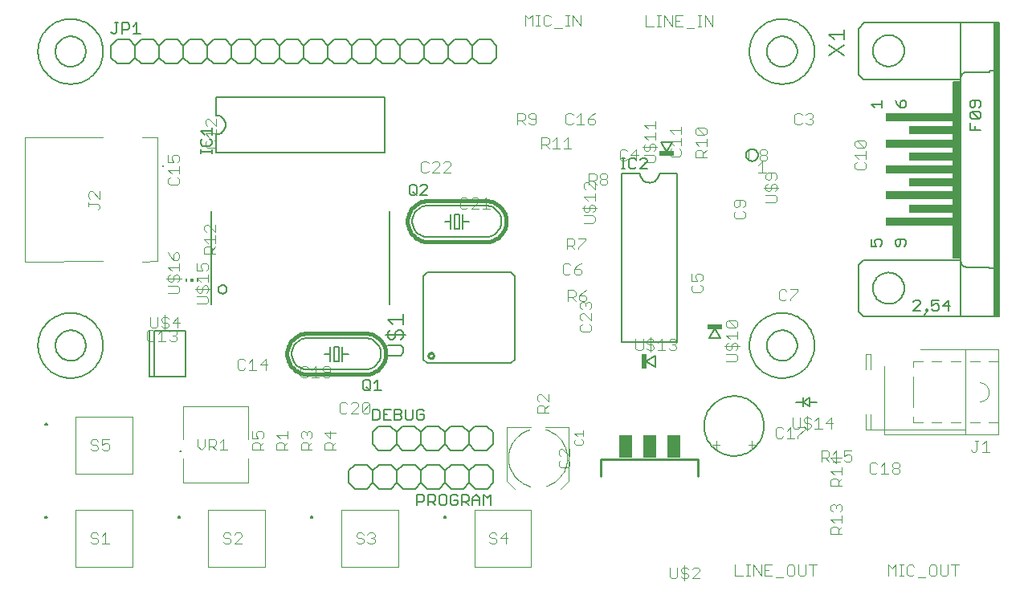
<source format=gto>
G75*
%MOIN*%
%OFA0B0*%
%FSLAX24Y24*%
%IPPOS*%
%LPD*%
%AMOC8*
5,1,8,0,0,1.08239X$1,22.5*
%
%ADD10C,0.0080*%
%ADD11C,0.0100*%
%ADD12C,0.0060*%
%ADD13C,0.0040*%
%ADD14R,0.0560X0.0980*%
%ADD15C,0.0050*%
%ADD16C,0.0039*%
%ADD17C,0.0079*%
%ADD18C,0.0030*%
%ADD19C,0.0070*%
%ADD20R,0.0300X0.7300*%
%ADD21R,0.0200X1.2200*%
%ADD22R,0.2850X0.0320*%
%ADD23R,0.1850X0.0320*%
%ADD24R,0.0620X0.0240*%
%ADD25R,0.0240X0.0620*%
%ADD26R,0.0059X0.0118*%
%ADD27R,0.0118X0.0118*%
%ADD28C,0.0160*%
D10*
X005694Y008688D02*
X005694Y010578D01*
X005891Y010578D02*
X005891Y008688D01*
X005694Y008688D01*
X005891Y008688D02*
X007191Y008688D01*
X007191Y010578D01*
X005891Y010578D01*
X008236Y011700D02*
X008236Y015566D01*
X008543Y012308D02*
X008545Y012334D01*
X008551Y012360D01*
X008560Y012384D01*
X008573Y012407D01*
X008590Y012427D01*
X008609Y012445D01*
X008631Y012460D01*
X008654Y012471D01*
X008679Y012479D01*
X008705Y012483D01*
X008731Y012483D01*
X008757Y012479D01*
X008782Y012471D01*
X008806Y012460D01*
X008827Y012445D01*
X008846Y012427D01*
X008863Y012407D01*
X008876Y012384D01*
X008885Y012360D01*
X008891Y012334D01*
X008893Y012308D01*
X008891Y012282D01*
X008885Y012256D01*
X008876Y012232D01*
X008863Y012209D01*
X008846Y012189D01*
X008827Y012171D01*
X008805Y012156D01*
X008782Y012145D01*
X008757Y012137D01*
X008731Y012133D01*
X008705Y012133D01*
X008679Y012137D01*
X008654Y012145D01*
X008630Y012156D01*
X008609Y012171D01*
X008590Y012189D01*
X008573Y012209D01*
X008560Y012232D01*
X008551Y012256D01*
X008545Y012282D01*
X008543Y012308D01*
X001781Y009975D02*
X001783Y010025D01*
X001789Y010075D01*
X001799Y010124D01*
X001813Y010172D01*
X001830Y010219D01*
X001851Y010264D01*
X001876Y010308D01*
X001904Y010349D01*
X001936Y010388D01*
X001970Y010425D01*
X002007Y010459D01*
X002047Y010489D01*
X002089Y010516D01*
X002133Y010540D01*
X002179Y010561D01*
X002226Y010577D01*
X002274Y010590D01*
X002324Y010599D01*
X002373Y010604D01*
X002424Y010605D01*
X002474Y010602D01*
X002523Y010595D01*
X002572Y010584D01*
X002620Y010569D01*
X002666Y010551D01*
X002711Y010529D01*
X002754Y010503D01*
X002795Y010474D01*
X002834Y010442D01*
X002870Y010407D01*
X002902Y010369D01*
X002932Y010329D01*
X002959Y010286D01*
X002982Y010242D01*
X003001Y010196D01*
X003017Y010148D01*
X003029Y010099D01*
X003037Y010050D01*
X003041Y010000D01*
X003041Y009950D01*
X003037Y009900D01*
X003029Y009851D01*
X003017Y009802D01*
X003001Y009754D01*
X002982Y009708D01*
X002959Y009664D01*
X002932Y009621D01*
X002902Y009581D01*
X002870Y009543D01*
X002834Y009508D01*
X002795Y009476D01*
X002754Y009447D01*
X002711Y009421D01*
X002666Y009399D01*
X002620Y009381D01*
X002572Y009366D01*
X002523Y009355D01*
X002474Y009348D01*
X002424Y009345D01*
X002373Y009346D01*
X002324Y009351D01*
X002274Y009360D01*
X002226Y009373D01*
X002179Y009389D01*
X002133Y009410D01*
X002089Y009434D01*
X002047Y009461D01*
X002007Y009491D01*
X001970Y009525D01*
X001936Y009562D01*
X001904Y009601D01*
X001876Y009642D01*
X001851Y009686D01*
X001830Y009731D01*
X001813Y009778D01*
X001799Y009826D01*
X001789Y009875D01*
X001783Y009925D01*
X001781Y009975D01*
X015649Y011700D02*
X015649Y015566D01*
X017210Y013023D02*
X020675Y013023D01*
X020832Y012865D01*
X020832Y009401D01*
X020675Y009243D01*
X017210Y009243D01*
X017053Y009401D01*
X017053Y012865D01*
X017210Y013023D01*
X026296Y009310D02*
X026689Y009074D01*
X026689Y009546D01*
X026296Y009310D01*
X028923Y010299D02*
X029159Y010693D01*
X029395Y010299D01*
X028923Y010299D01*
X031309Y009975D02*
X031311Y010025D01*
X031317Y010075D01*
X031327Y010124D01*
X031341Y010172D01*
X031358Y010219D01*
X031379Y010264D01*
X031404Y010308D01*
X031432Y010349D01*
X031464Y010388D01*
X031498Y010425D01*
X031535Y010459D01*
X031575Y010489D01*
X031617Y010516D01*
X031661Y010540D01*
X031707Y010561D01*
X031754Y010577D01*
X031802Y010590D01*
X031852Y010599D01*
X031901Y010604D01*
X031952Y010605D01*
X032002Y010602D01*
X032051Y010595D01*
X032100Y010584D01*
X032148Y010569D01*
X032194Y010551D01*
X032239Y010529D01*
X032282Y010503D01*
X032323Y010474D01*
X032362Y010442D01*
X032398Y010407D01*
X032430Y010369D01*
X032460Y010329D01*
X032487Y010286D01*
X032510Y010242D01*
X032529Y010196D01*
X032545Y010148D01*
X032557Y010099D01*
X032565Y010050D01*
X032569Y010000D01*
X032569Y009950D01*
X032565Y009900D01*
X032557Y009851D01*
X032545Y009802D01*
X032529Y009754D01*
X032510Y009708D01*
X032487Y009664D01*
X032460Y009621D01*
X032430Y009581D01*
X032398Y009543D01*
X032362Y009508D01*
X032323Y009476D01*
X032282Y009447D01*
X032239Y009421D01*
X032194Y009399D01*
X032148Y009381D01*
X032100Y009366D01*
X032051Y009355D01*
X032002Y009348D01*
X031952Y009345D01*
X031901Y009346D01*
X031852Y009351D01*
X031802Y009360D01*
X031754Y009373D01*
X031707Y009389D01*
X031661Y009410D01*
X031617Y009434D01*
X031575Y009461D01*
X031535Y009491D01*
X031498Y009525D01*
X031464Y009562D01*
X031432Y009601D01*
X031404Y009642D01*
X031379Y009686D01*
X031358Y009731D01*
X031341Y009778D01*
X031327Y009826D01*
X031317Y009875D01*
X031311Y009925D01*
X031309Y009975D01*
X027147Y018025D02*
X027383Y018419D01*
X026911Y018419D01*
X027147Y018025D01*
X031309Y022180D02*
X031311Y022230D01*
X031317Y022280D01*
X031327Y022329D01*
X031341Y022377D01*
X031358Y022424D01*
X031379Y022469D01*
X031404Y022513D01*
X031432Y022554D01*
X031464Y022593D01*
X031498Y022630D01*
X031535Y022664D01*
X031575Y022694D01*
X031617Y022721D01*
X031661Y022745D01*
X031707Y022766D01*
X031754Y022782D01*
X031802Y022795D01*
X031852Y022804D01*
X031901Y022809D01*
X031952Y022810D01*
X032002Y022807D01*
X032051Y022800D01*
X032100Y022789D01*
X032148Y022774D01*
X032194Y022756D01*
X032239Y022734D01*
X032282Y022708D01*
X032323Y022679D01*
X032362Y022647D01*
X032398Y022612D01*
X032430Y022574D01*
X032460Y022534D01*
X032487Y022491D01*
X032510Y022447D01*
X032529Y022401D01*
X032545Y022353D01*
X032557Y022304D01*
X032565Y022255D01*
X032569Y022205D01*
X032569Y022155D01*
X032565Y022105D01*
X032557Y022056D01*
X032545Y022007D01*
X032529Y021959D01*
X032510Y021913D01*
X032487Y021869D01*
X032460Y021826D01*
X032430Y021786D01*
X032398Y021748D01*
X032362Y021713D01*
X032323Y021681D01*
X032282Y021652D01*
X032239Y021626D01*
X032194Y021604D01*
X032148Y021586D01*
X032100Y021571D01*
X032051Y021560D01*
X032002Y021553D01*
X031952Y021550D01*
X031901Y021551D01*
X031852Y021556D01*
X031802Y021565D01*
X031754Y021578D01*
X031707Y021594D01*
X031661Y021615D01*
X031617Y021639D01*
X031575Y021666D01*
X031535Y021696D01*
X031498Y021730D01*
X031464Y021767D01*
X031432Y021806D01*
X031404Y021847D01*
X031379Y021891D01*
X031358Y021936D01*
X031341Y021983D01*
X031327Y022031D01*
X031317Y022080D01*
X031311Y022130D01*
X031309Y022180D01*
X001781Y022180D02*
X001783Y022230D01*
X001789Y022280D01*
X001799Y022329D01*
X001813Y022377D01*
X001830Y022424D01*
X001851Y022469D01*
X001876Y022513D01*
X001904Y022554D01*
X001936Y022593D01*
X001970Y022630D01*
X002007Y022664D01*
X002047Y022694D01*
X002089Y022721D01*
X002133Y022745D01*
X002179Y022766D01*
X002226Y022782D01*
X002274Y022795D01*
X002324Y022804D01*
X002373Y022809D01*
X002424Y022810D01*
X002474Y022807D01*
X002523Y022800D01*
X002572Y022789D01*
X002620Y022774D01*
X002666Y022756D01*
X002711Y022734D01*
X002754Y022708D01*
X002795Y022679D01*
X002834Y022647D01*
X002870Y022612D01*
X002902Y022574D01*
X002932Y022534D01*
X002959Y022491D01*
X002982Y022447D01*
X003001Y022401D01*
X003017Y022353D01*
X003029Y022304D01*
X003037Y022255D01*
X003041Y022205D01*
X003041Y022155D01*
X003037Y022105D01*
X003029Y022056D01*
X003017Y022007D01*
X003001Y021959D01*
X002982Y021913D01*
X002959Y021869D01*
X002932Y021826D01*
X002902Y021786D01*
X002870Y021748D01*
X002834Y021713D01*
X002795Y021681D01*
X002754Y021652D01*
X002711Y021626D01*
X002666Y021604D01*
X002620Y021586D01*
X002572Y021571D01*
X002523Y021560D01*
X002474Y021553D01*
X002424Y021550D01*
X002373Y021551D01*
X002324Y021556D01*
X002274Y021565D01*
X002226Y021578D01*
X002179Y021594D01*
X002133Y021615D01*
X002089Y021639D01*
X002047Y021666D01*
X002007Y021696D01*
X001970Y021730D01*
X001936Y021767D01*
X001904Y021806D01*
X001876Y021847D01*
X001851Y021891D01*
X001830Y021936D01*
X001813Y021983D01*
X001799Y022031D01*
X001789Y022080D01*
X001783Y022130D01*
X001781Y022180D01*
D11*
X017257Y009558D02*
X017259Y009578D01*
X017264Y009598D01*
X017274Y009616D01*
X017286Y009633D01*
X017301Y009647D01*
X017319Y009657D01*
X017338Y009665D01*
X017358Y009669D01*
X017378Y009669D01*
X017398Y009665D01*
X017417Y009657D01*
X017435Y009647D01*
X017450Y009633D01*
X017462Y009616D01*
X017472Y009598D01*
X017477Y009578D01*
X017479Y009558D01*
X017477Y009538D01*
X017472Y009518D01*
X017462Y009500D01*
X017450Y009483D01*
X017435Y009469D01*
X017417Y009459D01*
X017398Y009451D01*
X017378Y009447D01*
X017358Y009447D01*
X017338Y009451D01*
X017319Y009459D01*
X017301Y009469D01*
X017286Y009483D01*
X017274Y009500D01*
X017264Y009518D01*
X017259Y009538D01*
X017257Y009558D01*
X024423Y005243D02*
X024423Y004543D01*
X024423Y005243D02*
X028463Y005243D01*
X028463Y004543D01*
D12*
X019962Y004284D02*
X019962Y004784D01*
X019712Y005034D01*
X019212Y005034D01*
X018962Y004784D01*
X018712Y005034D01*
X018212Y005034D01*
X017962Y004784D01*
X017962Y004284D01*
X018212Y004034D01*
X018712Y004034D01*
X018962Y004284D01*
X018962Y004784D01*
X018962Y004284D02*
X019212Y004034D01*
X019712Y004034D01*
X019962Y004284D01*
X017962Y004284D02*
X017712Y004034D01*
X017212Y004034D01*
X016962Y004284D01*
X016712Y004034D01*
X016212Y004034D01*
X015962Y004284D01*
X015712Y004034D01*
X015212Y004034D01*
X014962Y004284D01*
X014712Y004034D01*
X014212Y004034D01*
X013962Y004284D01*
X013962Y004784D01*
X014212Y005034D01*
X014712Y005034D01*
X014962Y004784D01*
X015212Y005034D01*
X015712Y005034D01*
X015962Y004784D01*
X016212Y005034D01*
X016712Y005034D01*
X016962Y004784D01*
X017212Y005034D01*
X017712Y005034D01*
X017962Y004784D01*
X016962Y004784D02*
X016962Y004284D01*
X015962Y004284D02*
X015962Y004784D01*
X014962Y004784D02*
X014962Y004284D01*
X015193Y005633D02*
X015693Y005633D01*
X015943Y005883D01*
X016193Y005633D01*
X016693Y005633D01*
X016943Y005883D01*
X016943Y006383D01*
X016693Y006633D01*
X016193Y006633D01*
X015943Y006383D01*
X015943Y005883D01*
X015943Y006383D02*
X015693Y006633D01*
X015193Y006633D01*
X014943Y006383D01*
X014943Y005883D01*
X015193Y005633D01*
X016943Y005883D02*
X017193Y005633D01*
X017693Y005633D01*
X017943Y005883D01*
X018193Y005633D01*
X018693Y005633D01*
X018943Y005883D01*
X019193Y005633D01*
X019693Y005633D01*
X019943Y005883D01*
X019943Y006383D01*
X019693Y006633D01*
X019193Y006633D01*
X018943Y006383D01*
X018943Y005883D01*
X018943Y006383D02*
X018693Y006633D01*
X018193Y006633D01*
X017943Y006383D01*
X017943Y005883D01*
X017943Y006383D02*
X017693Y006633D01*
X017193Y006633D01*
X016943Y006383D01*
X014643Y008983D02*
X012243Y008983D01*
X012193Y008985D01*
X012144Y008991D01*
X012095Y009000D01*
X012047Y009013D01*
X012000Y009030D01*
X011955Y009050D01*
X011911Y009074D01*
X011869Y009101D01*
X011829Y009132D01*
X011792Y009165D01*
X011758Y009201D01*
X011726Y009239D01*
X011697Y009280D01*
X011672Y009322D01*
X011650Y009367D01*
X011631Y009413D01*
X011616Y009461D01*
X011605Y009509D01*
X011597Y009558D01*
X011593Y009608D01*
X011593Y009658D01*
X011597Y009708D01*
X011605Y009757D01*
X011616Y009805D01*
X011631Y009853D01*
X011650Y009899D01*
X011672Y009944D01*
X011697Y009986D01*
X011726Y010027D01*
X011758Y010065D01*
X011792Y010101D01*
X011829Y010134D01*
X011869Y010165D01*
X011911Y010192D01*
X011955Y010216D01*
X012000Y010236D01*
X012047Y010253D01*
X012095Y010266D01*
X012144Y010275D01*
X012193Y010281D01*
X012243Y010283D01*
X014643Y010283D01*
X015465Y010421D02*
X016319Y010421D01*
X016213Y010528D02*
X016106Y010634D01*
X015999Y010634D01*
X015892Y010528D01*
X015892Y010314D01*
X015785Y010207D01*
X015679Y010207D01*
X015572Y010314D01*
X015572Y010528D01*
X015679Y010634D01*
X015785Y010852D02*
X015572Y011065D01*
X016213Y011065D01*
X016213Y010852D02*
X016213Y011279D01*
X016213Y010528D02*
X016213Y010314D01*
X016106Y010207D01*
X016106Y009990D02*
X015572Y009990D01*
X016106Y009990D02*
X016213Y009883D01*
X016213Y009670D01*
X016106Y009563D01*
X015572Y009563D01*
X014643Y008983D02*
X014693Y008985D01*
X014742Y008991D01*
X014791Y009000D01*
X014839Y009013D01*
X014886Y009030D01*
X014931Y009050D01*
X014975Y009074D01*
X015017Y009101D01*
X015057Y009132D01*
X015094Y009165D01*
X015128Y009201D01*
X015160Y009239D01*
X015189Y009280D01*
X015214Y009322D01*
X015236Y009367D01*
X015255Y009413D01*
X015270Y009461D01*
X015281Y009509D01*
X015289Y009558D01*
X015293Y009608D01*
X015293Y009658D01*
X015289Y009708D01*
X015281Y009757D01*
X015270Y009805D01*
X015255Y009853D01*
X015236Y009899D01*
X015214Y009944D01*
X015189Y009986D01*
X015160Y010027D01*
X015128Y010065D01*
X015094Y010101D01*
X015057Y010134D01*
X015017Y010165D01*
X014975Y010192D01*
X014931Y010216D01*
X014886Y010236D01*
X014839Y010253D01*
X014791Y010266D01*
X014742Y010275D01*
X014693Y010281D01*
X014643Y010283D01*
X013693Y009933D02*
X013693Y009633D01*
X013943Y009633D01*
X013693Y009633D02*
X013693Y009333D01*
X013543Y009333D02*
X013543Y009933D01*
X013343Y009933D01*
X013343Y009333D01*
X013543Y009333D01*
X013193Y009333D02*
X013193Y009633D01*
X012943Y009633D01*
X013193Y009633D02*
X013193Y009933D01*
X017243Y014483D02*
X019643Y014483D01*
X019693Y014485D01*
X019742Y014491D01*
X019791Y014500D01*
X019839Y014513D01*
X019886Y014530D01*
X019931Y014550D01*
X019975Y014574D01*
X020017Y014601D01*
X020057Y014632D01*
X020094Y014665D01*
X020128Y014701D01*
X020160Y014739D01*
X020189Y014780D01*
X020214Y014822D01*
X020236Y014867D01*
X020255Y014913D01*
X020270Y014961D01*
X020281Y015009D01*
X020289Y015058D01*
X020293Y015108D01*
X020293Y015158D01*
X020289Y015208D01*
X020281Y015257D01*
X020270Y015305D01*
X020255Y015353D01*
X020236Y015399D01*
X020214Y015444D01*
X020189Y015486D01*
X020160Y015527D01*
X020128Y015565D01*
X020094Y015601D01*
X020057Y015634D01*
X020017Y015665D01*
X019975Y015692D01*
X019931Y015716D01*
X019886Y015736D01*
X019839Y015753D01*
X019791Y015766D01*
X019742Y015775D01*
X019693Y015781D01*
X019643Y015783D01*
X017243Y015783D01*
X018193Y015433D02*
X018193Y015133D01*
X017943Y015133D01*
X018193Y015133D02*
X018193Y014833D01*
X018343Y014833D02*
X018343Y015433D01*
X018543Y015433D01*
X018543Y014833D01*
X018343Y014833D01*
X018693Y014833D02*
X018693Y015133D01*
X018943Y015133D01*
X018693Y015133D02*
X018693Y015433D01*
X017243Y015783D02*
X017193Y015781D01*
X017144Y015775D01*
X017095Y015766D01*
X017047Y015753D01*
X017000Y015736D01*
X016955Y015716D01*
X016911Y015692D01*
X016869Y015665D01*
X016829Y015634D01*
X016792Y015601D01*
X016758Y015565D01*
X016726Y015527D01*
X016697Y015486D01*
X016672Y015444D01*
X016650Y015399D01*
X016631Y015353D01*
X016616Y015305D01*
X016605Y015257D01*
X016597Y015208D01*
X016593Y015158D01*
X016593Y015108D01*
X016597Y015058D01*
X016605Y015009D01*
X016616Y014961D01*
X016631Y014913D01*
X016650Y014867D01*
X016672Y014822D01*
X016697Y014780D01*
X016726Y014739D01*
X016758Y014701D01*
X016792Y014665D01*
X016829Y014632D01*
X016869Y014601D01*
X016911Y014574D01*
X016955Y014550D01*
X017000Y014530D01*
X017047Y014513D01*
X017095Y014500D01*
X017144Y014491D01*
X017193Y014485D01*
X017243Y014483D01*
X015443Y017983D02*
X015443Y020283D01*
X008443Y020283D01*
X008443Y019533D01*
X008482Y019531D01*
X008521Y019525D01*
X008559Y019516D01*
X008596Y019503D01*
X008632Y019486D01*
X008665Y019466D01*
X008697Y019442D01*
X008726Y019416D01*
X008752Y019387D01*
X008776Y019355D01*
X008796Y019322D01*
X008813Y019286D01*
X008826Y019249D01*
X008835Y019211D01*
X008841Y019172D01*
X008843Y019133D01*
X008841Y019094D01*
X008835Y019055D01*
X008826Y019017D01*
X008813Y018980D01*
X008796Y018944D01*
X008776Y018911D01*
X008752Y018879D01*
X008726Y018850D01*
X008697Y018824D01*
X008665Y018800D01*
X008632Y018780D01*
X008596Y018763D01*
X008559Y018750D01*
X008521Y018741D01*
X008482Y018735D01*
X008443Y018733D01*
X008443Y017983D01*
X015443Y017983D01*
X015346Y021680D02*
X015096Y021930D01*
X014846Y021680D01*
X014346Y021680D01*
X014096Y021930D01*
X013846Y021680D01*
X013346Y021680D01*
X013096Y021930D01*
X012846Y021680D01*
X012346Y021680D01*
X012096Y021930D01*
X011846Y021680D01*
X011346Y021680D01*
X011096Y021930D01*
X010846Y021680D01*
X010346Y021680D01*
X010096Y021930D01*
X009846Y021680D01*
X009346Y021680D01*
X009096Y021930D01*
X008846Y021680D01*
X008346Y021680D01*
X008096Y021930D01*
X007846Y021680D01*
X007346Y021680D01*
X007096Y021930D01*
X006846Y021680D01*
X006346Y021680D01*
X006096Y021930D01*
X005846Y021680D01*
X005346Y021680D01*
X005096Y021930D01*
X004846Y021680D01*
X004346Y021680D01*
X004096Y021930D01*
X004096Y022430D01*
X004346Y022680D01*
X004846Y022680D01*
X005096Y022430D01*
X005346Y022680D01*
X005846Y022680D01*
X006096Y022430D01*
X006096Y021930D01*
X007096Y021930D02*
X007096Y022430D01*
X007346Y022680D01*
X007846Y022680D01*
X008096Y022430D01*
X008346Y022680D01*
X008846Y022680D01*
X009096Y022430D01*
X009096Y021930D01*
X008096Y021930D02*
X008096Y022430D01*
X007096Y022430D02*
X006846Y022680D01*
X006346Y022680D01*
X006096Y022430D01*
X005096Y022430D02*
X005096Y021930D01*
X001061Y022180D02*
X001063Y022253D01*
X001069Y022326D01*
X001079Y022398D01*
X001093Y022470D01*
X001110Y022541D01*
X001132Y022611D01*
X001157Y022680D01*
X001186Y022747D01*
X001218Y022812D01*
X001254Y022876D01*
X001294Y022938D01*
X001336Y022997D01*
X001382Y023054D01*
X001431Y023108D01*
X001483Y023160D01*
X001537Y023209D01*
X001594Y023255D01*
X001653Y023297D01*
X001715Y023337D01*
X001779Y023373D01*
X001844Y023405D01*
X001911Y023434D01*
X001980Y023459D01*
X002050Y023481D01*
X002121Y023498D01*
X002193Y023512D01*
X002265Y023522D01*
X002338Y023528D01*
X002411Y023530D01*
X002484Y023528D01*
X002557Y023522D01*
X002629Y023512D01*
X002701Y023498D01*
X002772Y023481D01*
X002842Y023459D01*
X002911Y023434D01*
X002978Y023405D01*
X003043Y023373D01*
X003107Y023337D01*
X003169Y023297D01*
X003228Y023255D01*
X003285Y023209D01*
X003339Y023160D01*
X003391Y023108D01*
X003440Y023054D01*
X003486Y022997D01*
X003528Y022938D01*
X003568Y022876D01*
X003604Y022812D01*
X003636Y022747D01*
X003665Y022680D01*
X003690Y022611D01*
X003712Y022541D01*
X003729Y022470D01*
X003743Y022398D01*
X003753Y022326D01*
X003759Y022253D01*
X003761Y022180D01*
X003759Y022107D01*
X003753Y022034D01*
X003743Y021962D01*
X003729Y021890D01*
X003712Y021819D01*
X003690Y021749D01*
X003665Y021680D01*
X003636Y021613D01*
X003604Y021548D01*
X003568Y021484D01*
X003528Y021422D01*
X003486Y021363D01*
X003440Y021306D01*
X003391Y021252D01*
X003339Y021200D01*
X003285Y021151D01*
X003228Y021105D01*
X003169Y021063D01*
X003107Y021023D01*
X003043Y020987D01*
X002978Y020955D01*
X002911Y020926D01*
X002842Y020901D01*
X002772Y020879D01*
X002701Y020862D01*
X002629Y020848D01*
X002557Y020838D01*
X002484Y020832D01*
X002411Y020830D01*
X002338Y020832D01*
X002265Y020838D01*
X002193Y020848D01*
X002121Y020862D01*
X002050Y020879D01*
X001980Y020901D01*
X001911Y020926D01*
X001844Y020955D01*
X001779Y020987D01*
X001715Y021023D01*
X001653Y021063D01*
X001594Y021105D01*
X001537Y021151D01*
X001483Y021200D01*
X001431Y021252D01*
X001382Y021306D01*
X001336Y021363D01*
X001294Y021422D01*
X001254Y021484D01*
X001218Y021548D01*
X001186Y021613D01*
X001157Y021680D01*
X001132Y021749D01*
X001110Y021819D01*
X001093Y021890D01*
X001079Y021962D01*
X001069Y022034D01*
X001063Y022107D01*
X001061Y022180D01*
X009096Y022430D02*
X009346Y022680D01*
X009846Y022680D01*
X010096Y022430D01*
X010346Y022680D01*
X010846Y022680D01*
X011096Y022430D01*
X011346Y022680D01*
X011846Y022680D01*
X012096Y022430D01*
X012096Y021930D01*
X011096Y021930D02*
X011096Y022430D01*
X010096Y022430D02*
X010096Y021930D01*
X012096Y022430D02*
X012346Y022680D01*
X012846Y022680D01*
X013096Y022430D01*
X013346Y022680D01*
X013846Y022680D01*
X014096Y022430D01*
X014346Y022680D01*
X014846Y022680D01*
X015096Y022430D01*
X015096Y021930D01*
X015346Y021680D02*
X015846Y021680D01*
X016096Y021930D01*
X016346Y021680D01*
X016846Y021680D01*
X017096Y021930D01*
X017346Y021680D01*
X017846Y021680D01*
X018096Y021930D01*
X018096Y022430D01*
X017846Y022680D01*
X017346Y022680D01*
X017096Y022430D01*
X017096Y021930D01*
X018096Y021930D02*
X018346Y021680D01*
X018846Y021680D01*
X019096Y021930D01*
X019346Y021680D01*
X019846Y021680D01*
X020096Y021930D01*
X020096Y022430D01*
X019846Y022680D01*
X019346Y022680D01*
X019096Y022430D01*
X019096Y021930D01*
X019096Y022430D02*
X018846Y022680D01*
X018346Y022680D01*
X018096Y022430D01*
X017096Y022430D02*
X016846Y022680D01*
X016346Y022680D01*
X016096Y022430D01*
X016096Y021930D01*
X016096Y022430D02*
X015846Y022680D01*
X015346Y022680D01*
X015096Y022430D01*
X014096Y022430D02*
X014096Y021930D01*
X013096Y021930D02*
X013096Y022430D01*
X025293Y017133D02*
X026043Y017133D01*
X026045Y017094D01*
X026051Y017055D01*
X026060Y017017D01*
X026073Y016980D01*
X026090Y016944D01*
X026110Y016911D01*
X026134Y016879D01*
X026160Y016850D01*
X026189Y016824D01*
X026221Y016800D01*
X026254Y016780D01*
X026290Y016763D01*
X026327Y016750D01*
X026365Y016741D01*
X026404Y016735D01*
X026443Y016733D01*
X026482Y016735D01*
X026521Y016741D01*
X026559Y016750D01*
X026596Y016763D01*
X026632Y016780D01*
X026665Y016800D01*
X026697Y016824D01*
X026726Y016850D01*
X026752Y016879D01*
X026776Y016911D01*
X026796Y016944D01*
X026813Y016980D01*
X026826Y017017D01*
X026835Y017055D01*
X026841Y017094D01*
X026843Y017133D01*
X027593Y017133D01*
X027593Y010133D01*
X025293Y010133D01*
X025293Y017133D01*
X030589Y022180D02*
X030591Y022253D01*
X030597Y022326D01*
X030607Y022398D01*
X030621Y022470D01*
X030638Y022541D01*
X030660Y022611D01*
X030685Y022680D01*
X030714Y022747D01*
X030746Y022812D01*
X030782Y022876D01*
X030822Y022938D01*
X030864Y022997D01*
X030910Y023054D01*
X030959Y023108D01*
X031011Y023160D01*
X031065Y023209D01*
X031122Y023255D01*
X031181Y023297D01*
X031243Y023337D01*
X031307Y023373D01*
X031372Y023405D01*
X031439Y023434D01*
X031508Y023459D01*
X031578Y023481D01*
X031649Y023498D01*
X031721Y023512D01*
X031793Y023522D01*
X031866Y023528D01*
X031939Y023530D01*
X032012Y023528D01*
X032085Y023522D01*
X032157Y023512D01*
X032229Y023498D01*
X032300Y023481D01*
X032370Y023459D01*
X032439Y023434D01*
X032506Y023405D01*
X032571Y023373D01*
X032635Y023337D01*
X032697Y023297D01*
X032756Y023255D01*
X032813Y023209D01*
X032867Y023160D01*
X032919Y023108D01*
X032968Y023054D01*
X033014Y022997D01*
X033056Y022938D01*
X033096Y022876D01*
X033132Y022812D01*
X033164Y022747D01*
X033193Y022680D01*
X033218Y022611D01*
X033240Y022541D01*
X033257Y022470D01*
X033271Y022398D01*
X033281Y022326D01*
X033287Y022253D01*
X033289Y022180D01*
X033287Y022107D01*
X033281Y022034D01*
X033271Y021962D01*
X033257Y021890D01*
X033240Y021819D01*
X033218Y021749D01*
X033193Y021680D01*
X033164Y021613D01*
X033132Y021548D01*
X033096Y021484D01*
X033056Y021422D01*
X033014Y021363D01*
X032968Y021306D01*
X032919Y021252D01*
X032867Y021200D01*
X032813Y021151D01*
X032756Y021105D01*
X032697Y021063D01*
X032635Y021023D01*
X032571Y020987D01*
X032506Y020955D01*
X032439Y020926D01*
X032370Y020901D01*
X032300Y020879D01*
X032229Y020862D01*
X032157Y020848D01*
X032085Y020838D01*
X032012Y020832D01*
X031939Y020830D01*
X031866Y020832D01*
X031793Y020838D01*
X031721Y020848D01*
X031649Y020862D01*
X031578Y020879D01*
X031508Y020901D01*
X031439Y020926D01*
X031372Y020955D01*
X031307Y020987D01*
X031243Y021023D01*
X031181Y021063D01*
X031122Y021105D01*
X031065Y021151D01*
X031011Y021200D01*
X030959Y021252D01*
X030910Y021306D01*
X030864Y021363D01*
X030822Y021422D01*
X030782Y021484D01*
X030746Y021548D01*
X030714Y021613D01*
X030685Y021680D01*
X030660Y021749D01*
X030638Y021819D01*
X030621Y021890D01*
X030607Y021962D01*
X030597Y022034D01*
X030591Y022107D01*
X030589Y022180D01*
X035110Y021232D02*
X035310Y021032D01*
X039360Y021032D01*
X039360Y020932D01*
X039360Y013632D01*
X039360Y013532D01*
X035310Y013532D01*
X035110Y013332D01*
X035110Y011382D01*
X035310Y011182D01*
X039310Y011182D01*
X039360Y011182D01*
X039360Y013182D01*
X039360Y013532D01*
X039360Y013632D02*
X039060Y013632D01*
X039060Y020932D01*
X039360Y020932D01*
X039360Y021032D02*
X039360Y021382D01*
X039360Y023382D01*
X039310Y023382D01*
X035360Y023382D01*
X035110Y023132D01*
X035110Y021232D01*
X035710Y022212D02*
X035712Y022262D01*
X035718Y022312D01*
X035728Y022362D01*
X035741Y022410D01*
X035758Y022458D01*
X035779Y022504D01*
X035803Y022548D01*
X035831Y022590D01*
X035862Y022630D01*
X035896Y022667D01*
X035933Y022702D01*
X035972Y022733D01*
X036013Y022762D01*
X036057Y022787D01*
X036103Y022809D01*
X036150Y022827D01*
X036198Y022841D01*
X036247Y022852D01*
X036297Y022859D01*
X036347Y022862D01*
X036398Y022861D01*
X036448Y022856D01*
X036498Y022847D01*
X036546Y022835D01*
X036594Y022818D01*
X036640Y022798D01*
X036685Y022775D01*
X036728Y022748D01*
X036768Y022718D01*
X036806Y022685D01*
X036841Y022649D01*
X036874Y022610D01*
X036903Y022569D01*
X036929Y022526D01*
X036952Y022481D01*
X036971Y022434D01*
X036986Y022386D01*
X036998Y022337D01*
X037006Y022287D01*
X037010Y022237D01*
X037010Y022187D01*
X037006Y022137D01*
X036998Y022087D01*
X036986Y022038D01*
X036971Y021990D01*
X036952Y021943D01*
X036929Y021898D01*
X036903Y021855D01*
X036874Y021814D01*
X036841Y021775D01*
X036806Y021739D01*
X036768Y021706D01*
X036728Y021676D01*
X036685Y021649D01*
X036640Y021626D01*
X036594Y021606D01*
X036546Y021589D01*
X036498Y021577D01*
X036448Y021568D01*
X036398Y021563D01*
X036347Y021562D01*
X036297Y021565D01*
X036247Y021572D01*
X036198Y021583D01*
X036150Y021597D01*
X036103Y021615D01*
X036057Y021637D01*
X036013Y021662D01*
X035972Y021691D01*
X035933Y021722D01*
X035896Y021757D01*
X035862Y021794D01*
X035831Y021834D01*
X035803Y021876D01*
X035779Y021920D01*
X035758Y021966D01*
X035741Y022014D01*
X035728Y022062D01*
X035718Y022112D01*
X035712Y022162D01*
X035710Y022212D01*
X039360Y023382D02*
X040560Y023382D01*
X040760Y023382D01*
X040760Y022382D01*
X040760Y021382D01*
X040760Y013182D01*
X040560Y013182D01*
X040560Y013232D01*
X039610Y013232D01*
X039580Y013234D01*
X039550Y013239D01*
X039521Y013248D01*
X039494Y013261D01*
X039468Y013276D01*
X039444Y013295D01*
X039423Y013316D01*
X039404Y013340D01*
X039389Y013366D01*
X039376Y013393D01*
X039367Y013422D01*
X039362Y013452D01*
X039360Y013482D01*
X040760Y013182D02*
X040760Y012182D01*
X040760Y011182D01*
X040560Y011182D01*
X039360Y011182D01*
X040760Y011182D02*
X040960Y011182D01*
X040960Y014232D01*
X040960Y020332D01*
X040960Y023382D01*
X040760Y023382D01*
X040760Y021382D02*
X040560Y021382D01*
X040560Y021332D01*
X039610Y021332D01*
X039580Y021330D01*
X039550Y021325D01*
X039521Y021316D01*
X039494Y021303D01*
X039468Y021288D01*
X039444Y021269D01*
X039423Y021248D01*
X039404Y021224D01*
X039389Y021198D01*
X039376Y021171D01*
X039367Y021142D01*
X039362Y021112D01*
X039360Y021082D01*
X035710Y012352D02*
X035712Y012402D01*
X035718Y012452D01*
X035728Y012502D01*
X035741Y012550D01*
X035758Y012598D01*
X035779Y012644D01*
X035803Y012688D01*
X035831Y012730D01*
X035862Y012770D01*
X035896Y012807D01*
X035933Y012842D01*
X035972Y012873D01*
X036013Y012902D01*
X036057Y012927D01*
X036103Y012949D01*
X036150Y012967D01*
X036198Y012981D01*
X036247Y012992D01*
X036297Y012999D01*
X036347Y013002D01*
X036398Y013001D01*
X036448Y012996D01*
X036498Y012987D01*
X036546Y012975D01*
X036594Y012958D01*
X036640Y012938D01*
X036685Y012915D01*
X036728Y012888D01*
X036768Y012858D01*
X036806Y012825D01*
X036841Y012789D01*
X036874Y012750D01*
X036903Y012709D01*
X036929Y012666D01*
X036952Y012621D01*
X036971Y012574D01*
X036986Y012526D01*
X036998Y012477D01*
X037006Y012427D01*
X037010Y012377D01*
X037010Y012327D01*
X037006Y012277D01*
X036998Y012227D01*
X036986Y012178D01*
X036971Y012130D01*
X036952Y012083D01*
X036929Y012038D01*
X036903Y011995D01*
X036874Y011954D01*
X036841Y011915D01*
X036806Y011879D01*
X036768Y011846D01*
X036728Y011816D01*
X036685Y011789D01*
X036640Y011766D01*
X036594Y011746D01*
X036546Y011729D01*
X036498Y011717D01*
X036448Y011708D01*
X036398Y011703D01*
X036347Y011702D01*
X036297Y011705D01*
X036247Y011712D01*
X036198Y011723D01*
X036150Y011737D01*
X036103Y011755D01*
X036057Y011777D01*
X036013Y011802D01*
X035972Y011831D01*
X035933Y011862D01*
X035896Y011897D01*
X035862Y011934D01*
X035831Y011974D01*
X035803Y012016D01*
X035779Y012060D01*
X035758Y012106D01*
X035741Y012154D01*
X035728Y012202D01*
X035718Y012252D01*
X035712Y012302D01*
X035710Y012352D01*
X030589Y009975D02*
X030591Y010048D01*
X030597Y010121D01*
X030607Y010193D01*
X030621Y010265D01*
X030638Y010336D01*
X030660Y010406D01*
X030685Y010475D01*
X030714Y010542D01*
X030746Y010607D01*
X030782Y010671D01*
X030822Y010733D01*
X030864Y010792D01*
X030910Y010849D01*
X030959Y010903D01*
X031011Y010955D01*
X031065Y011004D01*
X031122Y011050D01*
X031181Y011092D01*
X031243Y011132D01*
X031307Y011168D01*
X031372Y011200D01*
X031439Y011229D01*
X031508Y011254D01*
X031578Y011276D01*
X031649Y011293D01*
X031721Y011307D01*
X031793Y011317D01*
X031866Y011323D01*
X031939Y011325D01*
X032012Y011323D01*
X032085Y011317D01*
X032157Y011307D01*
X032229Y011293D01*
X032300Y011276D01*
X032370Y011254D01*
X032439Y011229D01*
X032506Y011200D01*
X032571Y011168D01*
X032635Y011132D01*
X032697Y011092D01*
X032756Y011050D01*
X032813Y011004D01*
X032867Y010955D01*
X032919Y010903D01*
X032968Y010849D01*
X033014Y010792D01*
X033056Y010733D01*
X033096Y010671D01*
X033132Y010607D01*
X033164Y010542D01*
X033193Y010475D01*
X033218Y010406D01*
X033240Y010336D01*
X033257Y010265D01*
X033271Y010193D01*
X033281Y010121D01*
X033287Y010048D01*
X033289Y009975D01*
X033287Y009902D01*
X033281Y009829D01*
X033271Y009757D01*
X033257Y009685D01*
X033240Y009614D01*
X033218Y009544D01*
X033193Y009475D01*
X033164Y009408D01*
X033132Y009343D01*
X033096Y009279D01*
X033056Y009217D01*
X033014Y009158D01*
X032968Y009101D01*
X032919Y009047D01*
X032867Y008995D01*
X032813Y008946D01*
X032756Y008900D01*
X032697Y008858D01*
X032635Y008818D01*
X032571Y008782D01*
X032506Y008750D01*
X032439Y008721D01*
X032370Y008696D01*
X032300Y008674D01*
X032229Y008657D01*
X032157Y008643D01*
X032085Y008633D01*
X032012Y008627D01*
X031939Y008625D01*
X031866Y008627D01*
X031793Y008633D01*
X031721Y008643D01*
X031649Y008657D01*
X031578Y008674D01*
X031508Y008696D01*
X031439Y008721D01*
X031372Y008750D01*
X031307Y008782D01*
X031243Y008818D01*
X031181Y008858D01*
X031122Y008900D01*
X031065Y008946D01*
X031011Y008995D01*
X030959Y009047D01*
X030910Y009101D01*
X030864Y009158D01*
X030822Y009217D01*
X030782Y009279D01*
X030746Y009343D01*
X030714Y009408D01*
X030685Y009475D01*
X030660Y009544D01*
X030638Y009614D01*
X030621Y009685D01*
X030607Y009757D01*
X030597Y009829D01*
X030591Y009902D01*
X030589Y009975D01*
X001061Y009975D02*
X001063Y010048D01*
X001069Y010121D01*
X001079Y010193D01*
X001093Y010265D01*
X001110Y010336D01*
X001132Y010406D01*
X001157Y010475D01*
X001186Y010542D01*
X001218Y010607D01*
X001254Y010671D01*
X001294Y010733D01*
X001336Y010792D01*
X001382Y010849D01*
X001431Y010903D01*
X001483Y010955D01*
X001537Y011004D01*
X001594Y011050D01*
X001653Y011092D01*
X001715Y011132D01*
X001779Y011168D01*
X001844Y011200D01*
X001911Y011229D01*
X001980Y011254D01*
X002050Y011276D01*
X002121Y011293D01*
X002193Y011307D01*
X002265Y011317D01*
X002338Y011323D01*
X002411Y011325D01*
X002484Y011323D01*
X002557Y011317D01*
X002629Y011307D01*
X002701Y011293D01*
X002772Y011276D01*
X002842Y011254D01*
X002911Y011229D01*
X002978Y011200D01*
X003043Y011168D01*
X003107Y011132D01*
X003169Y011092D01*
X003228Y011050D01*
X003285Y011004D01*
X003339Y010955D01*
X003391Y010903D01*
X003440Y010849D01*
X003486Y010792D01*
X003528Y010733D01*
X003568Y010671D01*
X003604Y010607D01*
X003636Y010542D01*
X003665Y010475D01*
X003690Y010406D01*
X003712Y010336D01*
X003729Y010265D01*
X003743Y010193D01*
X003753Y010121D01*
X003759Y010048D01*
X003761Y009975D01*
X003759Y009902D01*
X003753Y009829D01*
X003743Y009757D01*
X003729Y009685D01*
X003712Y009614D01*
X003690Y009544D01*
X003665Y009475D01*
X003636Y009408D01*
X003604Y009343D01*
X003568Y009279D01*
X003528Y009217D01*
X003486Y009158D01*
X003440Y009101D01*
X003391Y009047D01*
X003339Y008995D01*
X003285Y008946D01*
X003228Y008900D01*
X003169Y008858D01*
X003107Y008818D01*
X003043Y008782D01*
X002978Y008750D01*
X002911Y008721D01*
X002842Y008696D01*
X002772Y008674D01*
X002701Y008657D01*
X002629Y008643D01*
X002557Y008633D01*
X002484Y008627D01*
X002411Y008625D01*
X002338Y008627D01*
X002265Y008633D01*
X002193Y008643D01*
X002121Y008657D01*
X002050Y008674D01*
X001980Y008696D01*
X001911Y008721D01*
X001844Y008750D01*
X001779Y008782D01*
X001715Y008818D01*
X001653Y008858D01*
X001594Y008900D01*
X001537Y008946D01*
X001483Y008995D01*
X001431Y009047D01*
X001382Y009101D01*
X001336Y009158D01*
X001294Y009217D01*
X001254Y009279D01*
X001218Y009343D01*
X001186Y009408D01*
X001157Y009475D01*
X001132Y009544D01*
X001110Y009614D01*
X001093Y009685D01*
X001079Y009757D01*
X001069Y009829D01*
X001063Y009902D01*
X001061Y009975D01*
D13*
X005581Y010230D02*
X005658Y010153D01*
X005812Y010153D01*
X005888Y010230D01*
X006042Y010153D02*
X006349Y010153D01*
X006195Y010153D02*
X006195Y010613D01*
X006042Y010460D01*
X005888Y010537D02*
X005812Y010613D01*
X005658Y010613D01*
X005581Y010537D01*
X005581Y010230D01*
X005789Y010703D02*
X005943Y010703D01*
X006019Y010780D01*
X006019Y011163D01*
X006173Y011087D02*
X006250Y011163D01*
X006403Y011163D01*
X006480Y011087D01*
X006403Y010933D02*
X006250Y010933D01*
X006173Y011010D01*
X006173Y011087D01*
X006326Y011240D02*
X006326Y010626D01*
X006250Y010703D02*
X006403Y010703D01*
X006480Y010780D01*
X006480Y010856D01*
X006403Y010933D01*
X006633Y010933D02*
X006864Y011163D01*
X006864Y010703D01*
X006732Y010613D02*
X006809Y010537D01*
X006809Y010460D01*
X006732Y010383D01*
X006809Y010306D01*
X006809Y010230D01*
X006732Y010153D01*
X006579Y010153D01*
X006502Y010230D01*
X006656Y010383D02*
X006732Y010383D01*
X006732Y010613D02*
X006579Y010613D01*
X006502Y010537D01*
X006250Y010703D02*
X006173Y010780D01*
X005789Y010703D02*
X005713Y010780D01*
X005713Y011163D01*
X006633Y010933D02*
X006940Y010933D01*
X007662Y011703D02*
X008046Y011703D01*
X008123Y011780D01*
X008123Y011933D01*
X008046Y012010D01*
X007662Y012010D01*
X007739Y012163D02*
X007662Y012240D01*
X007662Y012393D01*
X007739Y012470D01*
X007892Y012393D02*
X007892Y012240D01*
X007816Y012163D01*
X007739Y012163D01*
X007585Y012317D02*
X008199Y012317D01*
X008123Y012393D02*
X008046Y012470D01*
X007969Y012470D01*
X007892Y012393D01*
X008123Y012393D02*
X008123Y012240D01*
X008046Y012163D01*
X008123Y012624D02*
X008123Y012931D01*
X008123Y012777D02*
X007662Y012777D01*
X007816Y012624D01*
X006999Y012767D02*
X006385Y012767D01*
X006462Y012690D02*
X006462Y012843D01*
X006539Y012920D01*
X006692Y012843D02*
X006692Y012690D01*
X006616Y012613D01*
X006539Y012613D01*
X006462Y012690D01*
X006462Y012460D02*
X006846Y012460D01*
X006923Y012383D01*
X006923Y012230D01*
X006846Y012153D01*
X006462Y012153D01*
X006846Y012613D02*
X006923Y012690D01*
X006923Y012843D01*
X006846Y012920D01*
X006769Y012920D01*
X006692Y012843D01*
X006616Y013074D02*
X006462Y013227D01*
X006923Y013227D01*
X006923Y013074D02*
X006923Y013381D01*
X006846Y013534D02*
X006923Y013611D01*
X006923Y013764D01*
X006846Y013841D01*
X006769Y013841D01*
X006692Y013764D01*
X006692Y013534D01*
X006846Y013534D01*
X006692Y013534D02*
X006539Y013688D01*
X006462Y013841D01*
X007662Y013391D02*
X007662Y013084D01*
X007892Y013084D01*
X007816Y013238D01*
X007816Y013314D01*
X007892Y013391D01*
X008046Y013391D01*
X008123Y013314D01*
X008123Y013161D01*
X008046Y013084D01*
X007962Y013772D02*
X007962Y014002D01*
X008039Y014079D01*
X008192Y014079D01*
X008269Y014002D01*
X008269Y013772D01*
X008269Y013925D02*
X008423Y014079D01*
X008423Y014232D02*
X008423Y014539D01*
X008423Y014386D02*
X007962Y014386D01*
X008116Y014232D01*
X008039Y014692D02*
X007962Y014769D01*
X007962Y014923D01*
X008039Y014999D01*
X008116Y014999D01*
X008423Y014692D01*
X008423Y014999D01*
X008423Y013772D02*
X007962Y013772D01*
X003610Y015683D02*
X003533Y015606D01*
X003610Y015683D02*
X003610Y015759D01*
X003533Y015836D01*
X003149Y015836D01*
X003149Y015759D02*
X003149Y015913D01*
X003226Y016066D02*
X003149Y016143D01*
X003149Y016296D01*
X003226Y016373D01*
X003303Y016373D01*
X003610Y016066D01*
X003610Y016373D01*
X006462Y016730D02*
X006539Y016653D01*
X006846Y016653D01*
X006923Y016730D01*
X006923Y016883D01*
X006846Y016960D01*
X006923Y017113D02*
X006923Y017420D01*
X006923Y017267D02*
X006462Y017267D01*
X006616Y017113D01*
X006539Y016960D02*
X006462Y016883D01*
X006462Y016730D01*
X006462Y017574D02*
X006692Y017574D01*
X006616Y017727D01*
X006616Y017804D01*
X006692Y017881D01*
X006846Y017881D01*
X006923Y017804D01*
X006923Y017650D01*
X006846Y017574D01*
X006462Y017574D02*
X006462Y017881D01*
X007998Y018250D02*
X008074Y018173D01*
X008381Y018173D01*
X008458Y018250D01*
X008458Y018403D01*
X008381Y018480D01*
X008458Y018634D02*
X008458Y018941D01*
X008458Y019094D02*
X008151Y019401D01*
X008074Y019401D01*
X007998Y019324D01*
X007998Y019171D01*
X008074Y019094D01*
X008458Y019094D02*
X008458Y019401D01*
X008458Y018787D02*
X007998Y018787D01*
X008151Y018634D01*
X008074Y018480D02*
X007998Y018403D01*
X007998Y018250D01*
X016963Y017537D02*
X016963Y017230D01*
X017039Y017153D01*
X017193Y017153D01*
X017269Y017230D01*
X017423Y017153D02*
X017730Y017460D01*
X017730Y017537D01*
X017653Y017613D01*
X017500Y017613D01*
X017423Y017537D01*
X017269Y017537D02*
X017193Y017613D01*
X017039Y017613D01*
X016963Y017537D01*
X017423Y017153D02*
X017730Y017153D01*
X017883Y017153D02*
X018190Y017460D01*
X018190Y017537D01*
X018114Y017613D01*
X017960Y017613D01*
X017883Y017537D01*
X017883Y017153D02*
X018190Y017153D01*
X018658Y016113D02*
X018581Y016037D01*
X018581Y015730D01*
X018658Y015653D01*
X018812Y015653D01*
X018888Y015730D01*
X019042Y015653D02*
X019349Y015960D01*
X019349Y016037D01*
X019272Y016113D01*
X019118Y016113D01*
X019042Y016037D01*
X018888Y016037D02*
X018812Y016113D01*
X018658Y016113D01*
X019042Y015653D02*
X019349Y015653D01*
X019502Y015653D02*
X019809Y015653D01*
X019656Y015653D02*
X019656Y016113D01*
X019502Y015960D01*
X023022Y014428D02*
X023252Y014428D01*
X023329Y014351D01*
X023329Y014198D01*
X023252Y014121D01*
X023022Y014121D01*
X023022Y013968D02*
X023022Y014428D01*
X023176Y014121D02*
X023329Y013968D01*
X023482Y013968D02*
X023482Y014045D01*
X023789Y014351D01*
X023789Y014428D01*
X023482Y014428D01*
X023712Y015061D02*
X024096Y015061D01*
X024173Y015138D01*
X024173Y015291D01*
X024096Y015368D01*
X023712Y015368D01*
X023789Y015522D02*
X023712Y015598D01*
X023712Y015752D01*
X023789Y015829D01*
X023866Y015982D02*
X023712Y016136D01*
X024173Y016136D01*
X024173Y016289D02*
X024173Y015982D01*
X024096Y015829D02*
X024019Y015829D01*
X023942Y015752D01*
X023942Y015598D01*
X023866Y015522D01*
X023789Y015522D01*
X023635Y015675D02*
X024249Y015675D01*
X024173Y015598D02*
X024173Y015752D01*
X024096Y015829D01*
X024173Y015598D02*
X024096Y015522D01*
X024173Y016442D02*
X023866Y016749D01*
X023789Y016749D01*
X023712Y016673D01*
X023712Y016519D01*
X023789Y016442D01*
X023924Y016653D02*
X023924Y017113D01*
X024154Y017113D01*
X024231Y017037D01*
X024231Y016883D01*
X024154Y016806D01*
X023924Y016806D01*
X024077Y016806D02*
X024231Y016653D01*
X024173Y016749D02*
X024173Y016442D01*
X024384Y016730D02*
X024384Y016806D01*
X024461Y016883D01*
X024614Y016883D01*
X024691Y016806D01*
X024691Y016730D01*
X024614Y016653D01*
X024461Y016653D01*
X024384Y016730D01*
X024461Y016883D02*
X024384Y016960D01*
X024384Y017037D01*
X024461Y017113D01*
X024614Y017113D01*
X024691Y017037D01*
X024691Y016960D01*
X024614Y016883D01*
X025276Y017653D02*
X025199Y017730D01*
X025199Y018037D01*
X025276Y018113D01*
X025429Y018113D01*
X025506Y018037D01*
X025660Y017883D02*
X025967Y017883D01*
X025890Y017653D02*
X025890Y018113D01*
X025660Y017883D01*
X025506Y017730D02*
X025429Y017653D01*
X025276Y017653D01*
X026217Y017592D02*
X026601Y017592D01*
X026677Y017669D01*
X026677Y017822D01*
X026601Y017899D01*
X026217Y017899D01*
X026294Y018053D02*
X026217Y018129D01*
X026217Y018283D01*
X026294Y018360D01*
X026370Y018513D02*
X026217Y018666D01*
X026677Y018666D01*
X026677Y018513D02*
X026677Y018820D01*
X026677Y018973D02*
X026677Y019280D01*
X026677Y019127D02*
X026217Y019127D01*
X026370Y018973D01*
X026524Y018360D02*
X026447Y018283D01*
X026447Y018129D01*
X026370Y018053D01*
X026294Y018053D01*
X026140Y018206D02*
X026754Y018206D01*
X026677Y018129D02*
X026677Y018283D01*
X026601Y018360D01*
X026524Y018360D01*
X026677Y018129D02*
X026601Y018053D01*
X027285Y018060D02*
X027362Y018137D01*
X027285Y018060D02*
X027285Y017907D01*
X027362Y017830D01*
X027669Y017830D01*
X027745Y017907D01*
X027745Y018060D01*
X027669Y018137D01*
X027745Y018290D02*
X027745Y018597D01*
X027745Y018444D02*
X027285Y018444D01*
X027438Y018290D01*
X027438Y018751D02*
X027285Y018904D01*
X027745Y018904D01*
X027745Y018751D02*
X027745Y019058D01*
X028344Y018942D02*
X028344Y018788D01*
X028421Y018711D01*
X028728Y018711D01*
X028421Y019018D01*
X028728Y019018D01*
X028804Y018942D01*
X028804Y018788D01*
X028728Y018711D01*
X028804Y018558D02*
X028804Y018251D01*
X028804Y018098D02*
X028651Y017944D01*
X028651Y018021D02*
X028651Y017791D01*
X028804Y017791D02*
X028344Y017791D01*
X028344Y018021D01*
X028421Y018098D01*
X028574Y018098D01*
X028651Y018021D01*
X028497Y018251D02*
X028344Y018405D01*
X028804Y018405D01*
X028344Y018942D02*
X028421Y019018D01*
X030542Y018037D02*
X030542Y017730D01*
X030618Y017653D01*
X030772Y017653D01*
X030849Y017730D01*
X031002Y017730D02*
X031002Y017806D01*
X031079Y017883D01*
X031232Y017883D01*
X031309Y017806D01*
X031309Y017730D01*
X031232Y017653D01*
X031079Y017653D01*
X031002Y017730D01*
X031116Y017613D02*
X031116Y017153D01*
X030963Y017153D02*
X031269Y017153D01*
X031336Y017143D02*
X031259Y017066D01*
X031259Y016913D01*
X031336Y016836D01*
X031413Y016836D01*
X031490Y016913D01*
X031490Y017143D01*
X031643Y017143D02*
X031336Y017143D01*
X031643Y017143D02*
X031720Y017066D01*
X031720Y016913D01*
X031643Y016836D01*
X031643Y016683D02*
X031566Y016683D01*
X031490Y016606D01*
X031490Y016453D01*
X031413Y016376D01*
X031336Y016376D01*
X031259Y016453D01*
X031259Y016606D01*
X031336Y016683D01*
X031183Y016529D02*
X031796Y016529D01*
X031720Y016453D02*
X031643Y016376D01*
X031720Y016453D02*
X031720Y016606D01*
X031643Y016683D01*
X031643Y016222D02*
X031259Y016222D01*
X031643Y016222D02*
X031720Y016146D01*
X031720Y015992D01*
X031643Y015915D01*
X031259Y015915D01*
X030403Y015942D02*
X030403Y015789D01*
X030326Y015712D01*
X030326Y015559D02*
X030403Y015482D01*
X030403Y015329D01*
X030326Y015252D01*
X030019Y015252D01*
X029942Y015329D01*
X029942Y015482D01*
X030019Y015559D01*
X030019Y015712D02*
X030096Y015712D01*
X030173Y015789D01*
X030173Y016019D01*
X030326Y016019D02*
X030019Y016019D01*
X029942Y015942D01*
X029942Y015789D01*
X030019Y015712D01*
X030326Y016019D02*
X030403Y015942D01*
X030963Y017460D02*
X031116Y017613D01*
X031079Y017883D02*
X031002Y017960D01*
X031002Y018037D01*
X031079Y018113D01*
X031232Y018113D01*
X031309Y018037D01*
X031309Y017960D01*
X031232Y017883D01*
X030849Y018037D02*
X030772Y018113D01*
X030618Y018113D01*
X030542Y018037D01*
X032463Y019230D02*
X032539Y019153D01*
X032693Y019153D01*
X032769Y019230D01*
X032923Y019230D02*
X033000Y019153D01*
X033153Y019153D01*
X033230Y019230D01*
X033230Y019306D01*
X033153Y019383D01*
X033076Y019383D01*
X033153Y019383D02*
X033230Y019460D01*
X033230Y019537D01*
X033153Y019613D01*
X033000Y019613D01*
X032923Y019537D01*
X032769Y019537D02*
X032693Y019613D01*
X032539Y019613D01*
X032463Y019537D01*
X032463Y019230D01*
X034962Y018423D02*
X034962Y018269D01*
X035039Y018192D01*
X035346Y018192D01*
X035039Y018499D01*
X035346Y018499D01*
X035423Y018423D01*
X035423Y018269D01*
X035346Y018192D01*
X035423Y018039D02*
X035423Y017732D01*
X035423Y017886D02*
X034962Y017886D01*
X035116Y017732D01*
X035039Y017579D02*
X034962Y017502D01*
X034962Y017348D01*
X035039Y017272D01*
X035346Y017272D01*
X035423Y017348D01*
X035423Y017502D01*
X035346Y017579D01*
X034962Y018423D02*
X035039Y018499D01*
X028288Y023151D02*
X027981Y023151D01*
X027828Y023228D02*
X027521Y023228D01*
X027521Y023688D01*
X027828Y023688D01*
X027674Y023458D02*
X027521Y023458D01*
X027367Y023228D02*
X027367Y023688D01*
X027061Y023688D02*
X027367Y023228D01*
X027061Y023228D02*
X027061Y023688D01*
X026907Y023688D02*
X026754Y023688D01*
X026830Y023688D02*
X026830Y023228D01*
X026754Y023228D02*
X026907Y023228D01*
X026600Y023228D02*
X026293Y023228D01*
X026293Y023688D01*
X028442Y023688D02*
X028595Y023688D01*
X028518Y023688D02*
X028518Y023228D01*
X028442Y023228D02*
X028595Y023228D01*
X028749Y023228D02*
X028749Y023688D01*
X029056Y023228D01*
X029056Y023688D01*
X023568Y023700D02*
X023568Y023239D01*
X023261Y023700D01*
X023261Y023239D01*
X023107Y023239D02*
X022954Y023239D01*
X023031Y023239D02*
X023031Y023700D01*
X023107Y023700D02*
X022954Y023700D01*
X022340Y023623D02*
X022263Y023700D01*
X022110Y023700D01*
X022033Y023623D01*
X022033Y023316D01*
X022110Y023239D01*
X022263Y023239D01*
X022340Y023316D01*
X022493Y023163D02*
X022800Y023163D01*
X021880Y023239D02*
X021726Y023239D01*
X021803Y023239D02*
X021803Y023700D01*
X021726Y023700D02*
X021880Y023700D01*
X021573Y023700D02*
X021419Y023546D01*
X021266Y023700D01*
X021266Y023239D01*
X021573Y023239D02*
X021573Y023700D01*
X021500Y019613D02*
X021423Y019537D01*
X021423Y019460D01*
X021500Y019383D01*
X021730Y019383D01*
X021730Y019230D02*
X021730Y019537D01*
X021653Y019613D01*
X021500Y019613D01*
X021269Y019537D02*
X021269Y019383D01*
X021193Y019306D01*
X020963Y019306D01*
X021116Y019306D02*
X021269Y019153D01*
X021423Y019230D02*
X021500Y019153D01*
X021653Y019153D01*
X021730Y019230D01*
X020963Y019153D02*
X020963Y019613D01*
X021193Y019613D01*
X021269Y019537D01*
X021963Y018613D02*
X022193Y018613D01*
X022269Y018537D01*
X022269Y018383D01*
X022193Y018306D01*
X021963Y018306D01*
X022116Y018306D02*
X022269Y018153D01*
X022423Y018153D02*
X022730Y018153D01*
X022883Y018153D02*
X023190Y018153D01*
X023037Y018153D02*
X023037Y018613D01*
X022883Y018460D01*
X022576Y018613D02*
X022576Y018153D01*
X022423Y018460D02*
X022576Y018613D01*
X021963Y018613D02*
X021963Y018153D01*
X023039Y019153D02*
X023193Y019153D01*
X023269Y019230D01*
X023423Y019153D02*
X023730Y019153D01*
X023576Y019153D02*
X023576Y019613D01*
X023423Y019460D01*
X023269Y019537D02*
X023193Y019613D01*
X023039Y019613D01*
X022963Y019537D01*
X022963Y019230D01*
X023039Y019153D01*
X023883Y019230D02*
X023960Y019153D01*
X024114Y019153D01*
X024190Y019230D01*
X024190Y019306D01*
X024114Y019383D01*
X023883Y019383D01*
X023883Y019230D01*
X023883Y019383D02*
X024037Y019537D01*
X024190Y019613D01*
X023612Y013381D02*
X023459Y013304D01*
X023305Y013151D01*
X023535Y013151D01*
X023612Y013074D01*
X023612Y012997D01*
X023535Y012921D01*
X023382Y012921D01*
X023305Y012997D01*
X023305Y013151D01*
X023152Y013304D02*
X023075Y013381D01*
X022922Y013381D01*
X022845Y013304D01*
X022845Y012997D01*
X022922Y012921D01*
X023075Y012921D01*
X023152Y012997D01*
X023061Y012275D02*
X023292Y012275D01*
X023368Y012198D01*
X023368Y012044D01*
X023292Y011968D01*
X023061Y011968D01*
X023061Y011814D02*
X023061Y012275D01*
X023215Y011968D02*
X023368Y011814D01*
X023522Y011891D02*
X023599Y011814D01*
X023752Y011814D01*
X023829Y011891D01*
X023829Y011968D01*
X023752Y012044D01*
X023522Y012044D01*
X023522Y011891D01*
X023522Y012044D02*
X023675Y012198D01*
X023829Y012275D01*
X023867Y011783D02*
X023944Y011783D01*
X024021Y011706D01*
X024021Y011553D01*
X023944Y011476D01*
X024021Y011322D02*
X024021Y011016D01*
X023714Y011322D01*
X023637Y011322D01*
X023561Y011246D01*
X023561Y011092D01*
X023637Y011016D01*
X023637Y010862D02*
X023561Y010785D01*
X023561Y010632D01*
X023637Y010555D01*
X023944Y010555D01*
X024021Y010632D01*
X024021Y010785D01*
X023944Y010862D01*
X023637Y011476D02*
X023561Y011553D01*
X023561Y011706D01*
X023637Y011783D01*
X023714Y011783D01*
X023791Y011706D01*
X023867Y011783D01*
X023791Y011706D02*
X023791Y011629D01*
X025863Y010240D02*
X025863Y009857D01*
X025939Y009780D01*
X026093Y009780D01*
X026169Y009857D01*
X026169Y010240D01*
X026323Y010164D02*
X026400Y010240D01*
X026553Y010240D01*
X026630Y010164D01*
X026783Y010087D02*
X026937Y010240D01*
X026937Y009780D01*
X027090Y009780D02*
X026783Y009780D01*
X026630Y009857D02*
X026630Y009934D01*
X026553Y010010D01*
X026400Y010010D01*
X026323Y010087D01*
X026323Y010164D01*
X026476Y010317D02*
X026476Y009703D01*
X026400Y009780D02*
X026553Y009780D01*
X026630Y009857D01*
X026400Y009780D02*
X026323Y009857D01*
X027244Y009857D02*
X027320Y009780D01*
X027474Y009780D01*
X027551Y009857D01*
X027551Y009934D01*
X027474Y010010D01*
X027397Y010010D01*
X027474Y010010D02*
X027551Y010087D01*
X027551Y010164D01*
X027474Y010240D01*
X027320Y010240D01*
X027244Y010164D01*
X029552Y009939D02*
X030166Y009939D01*
X030089Y010015D02*
X030012Y010092D01*
X029936Y010092D01*
X029859Y010015D01*
X029859Y009862D01*
X029782Y009785D01*
X029705Y009785D01*
X029629Y009862D01*
X029629Y010015D01*
X029705Y010092D01*
X029782Y010245D02*
X029629Y010399D01*
X030089Y010399D01*
X030089Y010552D02*
X030089Y010245D01*
X030089Y010015D02*
X030089Y009862D01*
X030012Y009785D01*
X030012Y009632D02*
X029629Y009632D01*
X029629Y009325D02*
X030012Y009325D01*
X030089Y009401D01*
X030089Y009555D01*
X030012Y009632D01*
X030012Y010706D02*
X029705Y011013D01*
X030012Y011013D01*
X030089Y010936D01*
X030089Y010783D01*
X030012Y010706D01*
X029705Y010706D01*
X029629Y010783D01*
X029629Y010936D01*
X029705Y011013D01*
X028562Y012192D02*
X028255Y012192D01*
X028179Y012269D01*
X028179Y012422D01*
X028255Y012499D01*
X028179Y012653D02*
X028409Y012653D01*
X028332Y012806D01*
X028332Y012883D01*
X028409Y012960D01*
X028562Y012960D01*
X028639Y012883D01*
X028639Y012729D01*
X028562Y012653D01*
X028562Y012499D02*
X028639Y012422D01*
X028639Y012269D01*
X028562Y012192D01*
X028179Y012653D02*
X028179Y012960D01*
X031821Y012229D02*
X031821Y011923D01*
X031898Y011846D01*
X032051Y011846D01*
X032128Y011923D01*
X032282Y011923D02*
X032589Y012229D01*
X032589Y012306D01*
X032282Y012306D01*
X032128Y012229D02*
X032051Y012306D01*
X031898Y012306D01*
X031821Y012229D01*
X032282Y011923D02*
X032282Y011846D01*
X032985Y007065D02*
X032985Y006451D01*
X032903Y006509D02*
X032596Y006202D01*
X032596Y006125D01*
X032442Y006125D02*
X032136Y006125D01*
X032289Y006125D02*
X032289Y006586D01*
X032136Y006432D01*
X031982Y006509D02*
X031905Y006586D01*
X031752Y006586D01*
X031675Y006509D01*
X031675Y006202D01*
X031752Y006125D01*
X031905Y006125D01*
X031982Y006202D01*
X032371Y006605D02*
X032448Y006528D01*
X032601Y006528D01*
X032678Y006605D01*
X032678Y006988D01*
X032831Y006912D02*
X032908Y006988D01*
X033062Y006988D01*
X033138Y006912D01*
X033062Y006758D02*
X033138Y006681D01*
X033138Y006605D01*
X033062Y006528D01*
X032908Y006528D01*
X032831Y006605D01*
X032903Y006586D02*
X032903Y006509D01*
X032903Y006586D02*
X032596Y006586D01*
X032371Y006605D02*
X032371Y006988D01*
X032831Y006912D02*
X032831Y006835D01*
X032908Y006758D01*
X033062Y006758D01*
X033292Y006835D02*
X033445Y006988D01*
X033445Y006528D01*
X033292Y006528D02*
X033599Y006528D01*
X033752Y006758D02*
X034059Y006758D01*
X033982Y006528D02*
X033982Y006988D01*
X033752Y006758D01*
X033812Y005613D02*
X033888Y005537D01*
X033888Y005383D01*
X033812Y005306D01*
X033581Y005306D01*
X033581Y005153D02*
X033581Y005613D01*
X033812Y005613D01*
X034042Y005460D02*
X034195Y005613D01*
X034195Y005153D01*
X034192Y005074D02*
X034192Y005381D01*
X033962Y005304D02*
X034192Y005074D01*
X034042Y005153D02*
X034349Y005153D01*
X034423Y005304D02*
X033962Y005304D01*
X033888Y005153D02*
X033735Y005306D01*
X034502Y005230D02*
X034579Y005153D01*
X034732Y005153D01*
X034809Y005230D01*
X034809Y005383D01*
X034732Y005460D01*
X034656Y005460D01*
X034502Y005383D01*
X034502Y005613D01*
X034809Y005613D01*
X035581Y005037D02*
X035658Y005113D01*
X035812Y005113D01*
X035888Y005037D01*
X036042Y004960D02*
X036195Y005113D01*
X036195Y004653D01*
X036042Y004653D02*
X036349Y004653D01*
X036502Y004730D02*
X036502Y004806D01*
X036579Y004883D01*
X036732Y004883D01*
X036809Y004806D01*
X036809Y004730D01*
X036732Y004653D01*
X036579Y004653D01*
X036502Y004730D01*
X036579Y004883D02*
X036502Y004960D01*
X036502Y005037D01*
X036579Y005113D01*
X036732Y005113D01*
X036809Y005037D01*
X036809Y004960D01*
X036732Y004883D01*
X035888Y004730D02*
X035812Y004653D01*
X035658Y004653D01*
X035581Y004730D01*
X035581Y005037D01*
X034423Y004920D02*
X034423Y004613D01*
X034423Y004460D02*
X034269Y004306D01*
X034269Y004383D02*
X034269Y004153D01*
X034423Y004153D02*
X033962Y004153D01*
X033962Y004383D01*
X034039Y004460D01*
X034192Y004460D01*
X034269Y004383D01*
X034116Y004613D02*
X033962Y004767D01*
X034423Y004767D01*
X034346Y003381D02*
X034423Y003304D01*
X034423Y003150D01*
X034346Y003074D01*
X034423Y002920D02*
X034423Y002613D01*
X034423Y002460D02*
X034269Y002306D01*
X034269Y002383D02*
X034269Y002153D01*
X034423Y002153D02*
X033962Y002153D01*
X033962Y002383D01*
X034039Y002460D01*
X034192Y002460D01*
X034269Y002383D01*
X034116Y002613D02*
X033962Y002767D01*
X034423Y002767D01*
X034039Y003074D02*
X033962Y003150D01*
X033962Y003304D01*
X034039Y003381D01*
X034116Y003381D01*
X034192Y003304D01*
X034269Y003381D01*
X034346Y003381D01*
X034192Y003304D02*
X034192Y003227D01*
X033368Y000877D02*
X033061Y000877D01*
X032908Y000877D02*
X032908Y000493D01*
X032831Y000417D01*
X032678Y000417D01*
X032601Y000493D01*
X032601Y000877D01*
X032447Y000800D02*
X032371Y000877D01*
X032217Y000877D01*
X032140Y000800D01*
X032140Y000493D01*
X032217Y000417D01*
X032371Y000417D01*
X032447Y000493D01*
X032447Y000800D01*
X031987Y000340D02*
X031680Y000340D01*
X031527Y000417D02*
X031220Y000417D01*
X031220Y000877D01*
X031527Y000877D01*
X031373Y000647D02*
X031220Y000647D01*
X031066Y000417D02*
X031066Y000877D01*
X030759Y000877D02*
X031066Y000417D01*
X030759Y000417D02*
X030759Y000877D01*
X030606Y000877D02*
X030452Y000877D01*
X030529Y000877D02*
X030529Y000417D01*
X030452Y000417D02*
X030606Y000417D01*
X030299Y000417D02*
X029992Y000417D01*
X029992Y000877D01*
X028509Y000687D02*
X028432Y000763D01*
X028279Y000763D01*
X028202Y000687D01*
X028049Y000687D02*
X027972Y000763D01*
X027818Y000763D01*
X027742Y000687D01*
X027742Y000610D01*
X027818Y000533D01*
X027972Y000533D01*
X028049Y000456D01*
X028049Y000380D01*
X027972Y000303D01*
X027818Y000303D01*
X027742Y000380D01*
X027588Y000380D02*
X027588Y000763D01*
X027281Y000763D02*
X027281Y000380D01*
X027358Y000303D01*
X027512Y000303D01*
X027588Y000380D01*
X027895Y000226D02*
X027895Y000840D01*
X028202Y000303D02*
X028509Y000610D01*
X028509Y000687D01*
X028509Y000303D02*
X028202Y000303D01*
X033215Y000417D02*
X033215Y000877D01*
X036354Y000877D02*
X036354Y000417D01*
X036661Y000417D02*
X036661Y000877D01*
X036507Y000724D01*
X036354Y000877D01*
X036814Y000877D02*
X036968Y000877D01*
X036891Y000877D02*
X036891Y000417D01*
X036814Y000417D02*
X036968Y000417D01*
X037121Y000493D02*
X037198Y000417D01*
X037351Y000417D01*
X037428Y000493D01*
X037582Y000340D02*
X037889Y000340D01*
X038042Y000493D02*
X038119Y000417D01*
X038272Y000417D01*
X038349Y000493D01*
X038349Y000800D01*
X038272Y000877D01*
X038119Y000877D01*
X038042Y000800D01*
X038042Y000493D01*
X038502Y000493D02*
X038579Y000417D01*
X038733Y000417D01*
X038809Y000493D01*
X038809Y000877D01*
X038963Y000877D02*
X039270Y000877D01*
X039116Y000877D02*
X039116Y000417D01*
X038502Y000493D02*
X038502Y000877D01*
X037428Y000800D02*
X037351Y000877D01*
X037198Y000877D01*
X037121Y000800D01*
X037121Y000493D01*
X039863Y005566D02*
X039939Y005566D01*
X040016Y005643D01*
X040016Y006027D01*
X039939Y006027D02*
X040093Y006027D01*
X040246Y005873D02*
X040400Y006027D01*
X040400Y005566D01*
X040553Y005566D02*
X040246Y005566D01*
X039863Y005566D02*
X039786Y005643D01*
X030838Y005854D02*
X030531Y005854D01*
X030684Y006007D02*
X030684Y005700D01*
X029362Y005854D02*
X029055Y005854D01*
X029208Y006007D02*
X029208Y005700D01*
X023127Y005684D02*
X023127Y005377D01*
X022820Y005684D01*
X022744Y005684D01*
X022667Y005607D01*
X022667Y005454D01*
X022744Y005377D01*
X022744Y005224D02*
X022667Y005147D01*
X022667Y004993D01*
X022744Y004917D01*
X023051Y004917D01*
X023127Y004993D01*
X023127Y005147D01*
X023051Y005224D01*
X022132Y004143D02*
X022198Y004164D01*
X022262Y004189D01*
X022325Y004217D01*
X022387Y004248D01*
X022447Y004283D01*
X022504Y004322D01*
X022559Y004364D01*
X022612Y004408D01*
X022662Y004456D01*
X022710Y004506D01*
X022754Y004559D01*
X022796Y004615D01*
X022834Y004673D01*
X022869Y004732D01*
X022900Y004794D01*
X022928Y004857D01*
X022952Y004922D01*
X022972Y004988D01*
X022989Y005055D01*
X023002Y005123D01*
X023011Y005192D01*
X023016Y005261D01*
X023017Y005330D01*
X023014Y005399D01*
X023007Y005468D01*
X022997Y005537D01*
X022982Y005604D01*
X022964Y005671D01*
X022942Y005737D01*
X022916Y005801D01*
X022887Y005863D01*
X022854Y005924D01*
X022817Y005983D01*
X022778Y006040D01*
X022735Y006094D01*
X022689Y006146D01*
X022641Y006196D01*
X022589Y006242D01*
X022535Y006285D01*
X022479Y006326D01*
X022421Y006362D01*
X022360Y006396D01*
X022298Y006426D01*
X022234Y006453D01*
X022168Y006476D01*
X022102Y006495D01*
X022112Y006594D02*
X023076Y006594D01*
X023076Y004349D01*
X022761Y004034D01*
X020832Y004034D02*
X020517Y004349D01*
X020517Y006594D01*
X021521Y006594D01*
X021785Y007189D02*
X021785Y007419D01*
X021862Y007496D01*
X022015Y007496D01*
X022092Y007419D01*
X022092Y007189D01*
X022092Y007342D02*
X022245Y007496D01*
X022245Y007649D02*
X021938Y007956D01*
X021862Y007956D01*
X021785Y007879D01*
X021785Y007726D01*
X021862Y007649D01*
X022245Y007649D02*
X022245Y007956D01*
X022245Y007189D02*
X021785Y007189D01*
X021462Y006485D02*
X021396Y006464D01*
X021332Y006439D01*
X021269Y006411D01*
X021207Y006380D01*
X021147Y006345D01*
X021090Y006306D01*
X021035Y006264D01*
X020982Y006220D01*
X020932Y006172D01*
X020884Y006122D01*
X020840Y006069D01*
X020798Y006013D01*
X020760Y005955D01*
X020725Y005896D01*
X020694Y005834D01*
X020666Y005771D01*
X020642Y005706D01*
X020622Y005640D01*
X020605Y005573D01*
X020592Y005505D01*
X020583Y005436D01*
X020578Y005367D01*
X020577Y005298D01*
X020580Y005229D01*
X020587Y005160D01*
X020597Y005091D01*
X020612Y005024D01*
X020630Y004957D01*
X020652Y004891D01*
X020678Y004827D01*
X020707Y004765D01*
X020740Y004704D01*
X020777Y004645D01*
X020816Y004588D01*
X020859Y004534D01*
X020905Y004482D01*
X020953Y004432D01*
X021005Y004386D01*
X021059Y004343D01*
X021115Y004302D01*
X021173Y004266D01*
X021234Y004232D01*
X021296Y004202D01*
X021360Y004175D01*
X021426Y004152D01*
X021492Y004133D01*
X020480Y002210D02*
X020250Y001980D01*
X020557Y001980D01*
X020480Y002210D02*
X020480Y001749D01*
X020096Y001826D02*
X020020Y001749D01*
X019866Y001749D01*
X019790Y001826D01*
X019866Y001980D02*
X020020Y001980D01*
X020096Y001903D01*
X020096Y001826D01*
X019866Y001980D02*
X019790Y002056D01*
X019790Y002133D01*
X019866Y002210D01*
X020020Y002210D01*
X020096Y002133D01*
X015033Y002133D02*
X015033Y002056D01*
X014956Y001980D01*
X015033Y001903D01*
X015033Y001826D01*
X014956Y001749D01*
X014803Y001749D01*
X014726Y001826D01*
X014573Y001826D02*
X014496Y001749D01*
X014343Y001749D01*
X014266Y001826D01*
X014343Y001980D02*
X014496Y001980D01*
X014573Y001903D01*
X014573Y001826D01*
X014343Y001980D02*
X014266Y002056D01*
X014266Y002133D01*
X014343Y002210D01*
X014496Y002210D01*
X014573Y002133D01*
X014726Y002133D02*
X014803Y002210D01*
X014956Y002210D01*
X015033Y002133D01*
X014956Y001980D02*
X014880Y001980D01*
X009517Y002056D02*
X009211Y001749D01*
X009517Y001749D01*
X009517Y002056D02*
X009517Y002133D01*
X009441Y002210D01*
X009287Y002210D01*
X009211Y002133D01*
X009057Y002133D02*
X008980Y002210D01*
X008827Y002210D01*
X008750Y002133D01*
X008750Y002056D01*
X008827Y001980D01*
X008980Y001980D01*
X009057Y001903D01*
X009057Y001826D01*
X008980Y001749D01*
X008827Y001749D01*
X008750Y001826D01*
X004006Y001749D02*
X003699Y001749D01*
X003852Y001749D02*
X003852Y002210D01*
X003699Y002056D01*
X003545Y002133D02*
X003469Y002210D01*
X003315Y002210D01*
X003238Y002133D01*
X003238Y002056D01*
X003315Y001980D01*
X003469Y001980D01*
X003545Y001903D01*
X003545Y001826D01*
X003469Y001749D01*
X003315Y001749D01*
X003238Y001826D01*
X003319Y005612D02*
X003242Y005688D01*
X003319Y005612D02*
X003472Y005612D01*
X003549Y005688D01*
X003549Y005765D01*
X003472Y005842D01*
X003319Y005842D01*
X003242Y005918D01*
X003242Y005995D01*
X003319Y006072D01*
X003472Y006072D01*
X003549Y005995D01*
X003703Y006072D02*
X003703Y005842D01*
X003856Y005918D01*
X003933Y005918D01*
X004010Y005842D01*
X004010Y005688D01*
X003933Y005612D01*
X003779Y005612D01*
X003703Y005688D01*
X003703Y006072D02*
X004010Y006072D01*
X007678Y006099D02*
X007678Y005793D01*
X007832Y005639D01*
X007985Y005793D01*
X007985Y006099D01*
X008139Y006099D02*
X008369Y006099D01*
X008446Y006023D01*
X008446Y005869D01*
X008369Y005793D01*
X008139Y005793D01*
X008292Y005793D02*
X008446Y005639D01*
X008599Y005639D02*
X008906Y005639D01*
X008752Y005639D02*
X008752Y006099D01*
X008599Y005946D01*
X008139Y006099D02*
X008139Y005639D01*
X009962Y005653D02*
X009962Y005883D01*
X010039Y005960D01*
X010192Y005960D01*
X010269Y005883D01*
X010269Y005653D01*
X010269Y005806D02*
X010423Y005960D01*
X010346Y006113D02*
X010423Y006190D01*
X010423Y006343D01*
X010346Y006420D01*
X010192Y006420D01*
X010116Y006343D01*
X010116Y006267D01*
X010192Y006113D01*
X009962Y006113D01*
X009962Y006420D01*
X009962Y005653D02*
X010423Y005653D01*
X010962Y005653D02*
X010962Y005883D01*
X011039Y005960D01*
X011192Y005960D01*
X011269Y005883D01*
X011269Y005653D01*
X011269Y005806D02*
X011423Y005960D01*
X011423Y006113D02*
X011423Y006420D01*
X011423Y006267D02*
X010962Y006267D01*
X011116Y006113D01*
X010962Y005653D02*
X011423Y005653D01*
X011970Y005653D02*
X011970Y005883D01*
X012047Y005960D01*
X012200Y005960D01*
X012277Y005883D01*
X012277Y005653D01*
X012277Y005806D02*
X012430Y005960D01*
X012354Y006113D02*
X012430Y006190D01*
X012430Y006343D01*
X012354Y006420D01*
X012277Y006420D01*
X012200Y006343D01*
X012200Y006267D01*
X012200Y006343D02*
X012123Y006420D01*
X012047Y006420D01*
X011970Y006343D01*
X011970Y006190D01*
X012047Y006113D01*
X011970Y005653D02*
X012430Y005653D01*
X012962Y005653D02*
X012962Y005883D01*
X013039Y005960D01*
X013192Y005960D01*
X013269Y005883D01*
X013269Y005653D01*
X013269Y005806D02*
X013423Y005960D01*
X013192Y006113D02*
X013192Y006420D01*
X012962Y006343D02*
X013423Y006343D01*
X013192Y006113D02*
X012962Y006343D01*
X012962Y005653D02*
X013423Y005653D01*
X013658Y007153D02*
X013812Y007153D01*
X013888Y007230D01*
X014042Y007153D02*
X014349Y007460D01*
X014349Y007537D01*
X014272Y007613D01*
X014118Y007613D01*
X014042Y007537D01*
X013888Y007537D02*
X013812Y007613D01*
X013658Y007613D01*
X013581Y007537D01*
X013581Y007230D01*
X013658Y007153D01*
X014042Y007153D02*
X014349Y007153D01*
X014502Y007230D02*
X014809Y007537D01*
X014809Y007230D01*
X014732Y007153D01*
X014579Y007153D01*
X014502Y007230D01*
X014502Y007537D01*
X014579Y007613D01*
X014732Y007613D01*
X014809Y007537D01*
X013190Y008730D02*
X013114Y008653D01*
X012960Y008653D01*
X012883Y008730D01*
X012960Y008883D02*
X013190Y008883D01*
X013190Y008730D02*
X013190Y009037D01*
X013114Y009113D01*
X012960Y009113D01*
X012883Y009037D01*
X012883Y008960D01*
X012960Y008883D01*
X012730Y008653D02*
X012423Y008653D01*
X012576Y008653D02*
X012576Y009113D01*
X012423Y008960D01*
X012269Y009037D02*
X012193Y009113D01*
X012039Y009113D01*
X011963Y009037D01*
X011963Y008730D01*
X012039Y008653D01*
X012193Y008653D01*
X012269Y008730D01*
X010577Y009190D02*
X010270Y009190D01*
X010500Y009420D01*
X010500Y008960D01*
X010116Y008960D02*
X009809Y008960D01*
X009963Y008960D02*
X009963Y009420D01*
X009809Y009267D01*
X009656Y009344D02*
X009579Y009420D01*
X009426Y009420D01*
X009349Y009344D01*
X009349Y009037D01*
X009426Y008960D01*
X009579Y008960D01*
X009656Y009037D01*
D14*
X025443Y005793D03*
X026443Y005793D03*
X027443Y005793D03*
D15*
X028703Y006633D02*
X028705Y006703D01*
X028711Y006773D01*
X028721Y006843D01*
X028735Y006911D01*
X028752Y006979D01*
X028774Y007046D01*
X028799Y007112D01*
X028828Y007176D01*
X028860Y007238D01*
X028896Y007298D01*
X028936Y007356D01*
X028978Y007412D01*
X029024Y007465D01*
X029072Y007516D01*
X029124Y007564D01*
X029178Y007609D01*
X029234Y007650D01*
X029293Y007689D01*
X029354Y007724D01*
X029416Y007756D01*
X029481Y007784D01*
X029546Y007808D01*
X029614Y007828D01*
X029682Y007845D01*
X029751Y007858D01*
X029820Y007867D01*
X029890Y007872D01*
X029961Y007873D01*
X030031Y007870D01*
X030101Y007863D01*
X030170Y007852D01*
X030238Y007837D01*
X030306Y007819D01*
X030373Y007796D01*
X030438Y007770D01*
X030501Y007740D01*
X030563Y007707D01*
X030623Y007670D01*
X030680Y007630D01*
X030736Y007587D01*
X030788Y007540D01*
X030838Y007491D01*
X030885Y007439D01*
X030929Y007384D01*
X030970Y007327D01*
X031008Y007268D01*
X031042Y007207D01*
X031073Y007144D01*
X031100Y007079D01*
X031123Y007013D01*
X031143Y006945D01*
X031159Y006877D01*
X031171Y006808D01*
X031179Y006738D01*
X031183Y006668D01*
X031183Y006598D01*
X031179Y006528D01*
X031171Y006458D01*
X031159Y006389D01*
X031143Y006321D01*
X031123Y006253D01*
X031100Y006187D01*
X031073Y006122D01*
X031042Y006059D01*
X031008Y005998D01*
X030970Y005939D01*
X030929Y005882D01*
X030885Y005827D01*
X030838Y005775D01*
X030788Y005726D01*
X030736Y005679D01*
X030680Y005636D01*
X030623Y005596D01*
X030563Y005559D01*
X030501Y005526D01*
X030438Y005496D01*
X030373Y005470D01*
X030306Y005447D01*
X030238Y005429D01*
X030170Y005414D01*
X030101Y005403D01*
X030031Y005396D01*
X029961Y005393D01*
X029890Y005394D01*
X029820Y005399D01*
X029751Y005408D01*
X029682Y005421D01*
X029614Y005438D01*
X029546Y005458D01*
X029481Y005482D01*
X029416Y005510D01*
X029354Y005542D01*
X029293Y005577D01*
X029234Y005616D01*
X029178Y005657D01*
X029124Y005702D01*
X029072Y005750D01*
X029024Y005801D01*
X028978Y005854D01*
X028936Y005910D01*
X028896Y005968D01*
X028860Y006028D01*
X028828Y006090D01*
X028799Y006154D01*
X028774Y006220D01*
X028752Y006287D01*
X028735Y006355D01*
X028721Y006423D01*
X028711Y006493D01*
X028705Y006563D01*
X028703Y006633D01*
X032505Y007633D02*
X032818Y007633D01*
X032818Y007820D01*
X032818Y007633D02*
X033068Y007820D01*
X033068Y007633D01*
X033380Y007633D01*
X033068Y007633D02*
X033068Y007445D01*
X032818Y007633D01*
X032818Y007445D01*
X037845Y011257D02*
X037995Y011407D01*
X037920Y011407D01*
X037920Y011483D01*
X037995Y011483D01*
X037995Y011407D01*
X038152Y011483D02*
X038227Y011407D01*
X038377Y011407D01*
X038452Y011483D01*
X038452Y011633D01*
X038377Y011708D01*
X038302Y011708D01*
X038152Y011633D01*
X038152Y011858D01*
X038452Y011858D01*
X038613Y011633D02*
X038913Y011633D01*
X038838Y011858D02*
X038838Y011407D01*
X038613Y011633D02*
X038838Y011858D01*
X037685Y011783D02*
X037610Y011858D01*
X037460Y011858D01*
X037385Y011783D01*
X037685Y011783D02*
X037685Y011708D01*
X037385Y011407D01*
X037685Y011407D01*
X037010Y014097D02*
X037085Y014172D01*
X037085Y014322D01*
X037010Y014397D01*
X036710Y014397D01*
X036634Y014322D01*
X036634Y014172D01*
X036710Y014097D01*
X036785Y014097D01*
X036860Y014172D01*
X036860Y014397D01*
X036085Y014322D02*
X036085Y014172D01*
X036010Y014097D01*
X035860Y014097D02*
X035785Y014247D01*
X035785Y014322D01*
X035860Y014397D01*
X036010Y014397D01*
X036085Y014322D01*
X035860Y014097D02*
X035634Y014097D01*
X035634Y014397D01*
X030443Y017883D02*
X030445Y017914D01*
X030451Y017945D01*
X030461Y017975D01*
X030474Y018003D01*
X030491Y018030D01*
X030511Y018054D01*
X030534Y018076D01*
X030559Y018094D01*
X030587Y018109D01*
X030616Y018121D01*
X030646Y018129D01*
X030677Y018133D01*
X030709Y018133D01*
X030740Y018129D01*
X030770Y018121D01*
X030799Y018109D01*
X030827Y018094D01*
X030852Y018076D01*
X030875Y018054D01*
X030895Y018030D01*
X030912Y018003D01*
X030925Y017975D01*
X030935Y017945D01*
X030941Y017914D01*
X030943Y017883D01*
X030941Y017852D01*
X030935Y017821D01*
X030925Y017791D01*
X030912Y017763D01*
X030895Y017736D01*
X030875Y017712D01*
X030852Y017690D01*
X030827Y017672D01*
X030799Y017657D01*
X030770Y017645D01*
X030740Y017637D01*
X030709Y017633D01*
X030677Y017633D01*
X030646Y017637D01*
X030616Y017645D01*
X030587Y017657D01*
X030559Y017672D01*
X030534Y017690D01*
X030511Y017712D01*
X030491Y017736D01*
X030474Y017763D01*
X030461Y017791D01*
X030451Y017821D01*
X030445Y017852D01*
X030443Y017883D01*
X026335Y017683D02*
X026260Y017758D01*
X026110Y017758D01*
X026035Y017683D01*
X025875Y017683D02*
X025800Y017758D01*
X025650Y017758D01*
X025574Y017683D01*
X025574Y017383D01*
X025650Y017308D01*
X025800Y017308D01*
X025875Y017383D01*
X026035Y017308D02*
X026335Y017608D01*
X026335Y017683D01*
X026335Y017308D02*
X026035Y017308D01*
X025418Y017308D02*
X025268Y017308D01*
X025343Y017308D02*
X025343Y017758D01*
X025268Y017758D02*
X025418Y017758D01*
X017228Y016583D02*
X017153Y016658D01*
X017003Y016658D01*
X016928Y016583D01*
X016768Y016583D02*
X016768Y016283D01*
X016693Y016208D01*
X016543Y016208D01*
X016468Y016283D01*
X016468Y016583D01*
X016543Y016658D01*
X016693Y016658D01*
X016768Y016583D01*
X016618Y016358D02*
X016768Y016208D01*
X016928Y016208D02*
X017228Y016508D01*
X017228Y016583D01*
X017228Y016208D02*
X016928Y016208D01*
X008268Y017958D02*
X008268Y018108D01*
X008268Y018033D02*
X007817Y018033D01*
X007817Y017958D02*
X007817Y018108D01*
X007892Y018265D02*
X007817Y018340D01*
X007817Y018490D01*
X007892Y018565D01*
X007967Y018725D02*
X007817Y018875D01*
X008268Y018875D01*
X008268Y018725D02*
X008268Y019025D01*
X008192Y018565D02*
X008268Y018490D01*
X008268Y018340D01*
X008192Y018265D01*
X007892Y018265D01*
X005312Y022925D02*
X005012Y022925D01*
X005162Y022925D02*
X005162Y023376D01*
X005012Y023225D01*
X004852Y023300D02*
X004852Y023150D01*
X004777Y023075D01*
X004551Y023075D01*
X004551Y022925D02*
X004551Y023376D01*
X004777Y023376D01*
X004852Y023300D01*
X004391Y023376D02*
X004241Y023376D01*
X004316Y023376D02*
X004316Y023000D01*
X004241Y022925D01*
X004166Y022925D01*
X004091Y023000D01*
X014622Y008558D02*
X014772Y008558D01*
X014847Y008483D01*
X014847Y008183D01*
X014772Y008108D01*
X014622Y008108D01*
X014547Y008183D01*
X014547Y008483D01*
X014622Y008558D01*
X014697Y008258D02*
X014847Y008108D01*
X015007Y008108D02*
X015307Y008108D01*
X015157Y008108D02*
X015157Y008558D01*
X015007Y008408D01*
X014938Y007328D02*
X015163Y007328D01*
X015238Y007253D01*
X015238Y006953D01*
X015163Y006878D01*
X014938Y006878D01*
X014938Y007328D01*
X015398Y007328D02*
X015398Y006878D01*
X015698Y006878D01*
X015858Y006878D02*
X016083Y006878D01*
X016159Y006953D01*
X016159Y007028D01*
X016083Y007103D01*
X015858Y007103D01*
X015858Y006878D02*
X015858Y007328D01*
X016083Y007328D01*
X016159Y007253D01*
X016159Y007178D01*
X016083Y007103D01*
X016319Y006953D02*
X016394Y006878D01*
X016544Y006878D01*
X016619Y006953D01*
X016619Y007328D01*
X016779Y007253D02*
X016779Y006953D01*
X016854Y006878D01*
X017004Y006878D01*
X017079Y006953D01*
X017079Y007103D01*
X016929Y007103D01*
X016779Y007253D02*
X016854Y007328D01*
X017004Y007328D01*
X017079Y007253D01*
X016319Y007328D02*
X016319Y006953D01*
X015698Y007328D02*
X015398Y007328D01*
X015398Y007103D02*
X015548Y007103D01*
X016794Y003790D02*
X017020Y003790D01*
X017095Y003715D01*
X017095Y003565D01*
X017020Y003490D01*
X016794Y003490D01*
X016794Y003339D02*
X016794Y003790D01*
X017255Y003790D02*
X017480Y003790D01*
X017555Y003715D01*
X017555Y003565D01*
X017480Y003490D01*
X017255Y003490D01*
X017405Y003490D02*
X017555Y003339D01*
X017715Y003415D02*
X017790Y003339D01*
X017940Y003339D01*
X018015Y003415D01*
X018015Y003715D01*
X017940Y003790D01*
X017790Y003790D01*
X017715Y003715D01*
X017715Y003415D01*
X018176Y003415D02*
X018251Y003339D01*
X018401Y003339D01*
X018476Y003415D01*
X018476Y003565D01*
X018326Y003565D01*
X018476Y003715D02*
X018401Y003790D01*
X018251Y003790D01*
X018176Y003715D01*
X018176Y003415D01*
X018636Y003490D02*
X018861Y003490D01*
X018936Y003565D01*
X018936Y003715D01*
X018861Y003790D01*
X018636Y003790D01*
X018636Y003339D01*
X018786Y003490D02*
X018936Y003339D01*
X019096Y003339D02*
X019096Y003640D01*
X019247Y003790D01*
X019397Y003640D01*
X019397Y003339D01*
X019557Y003339D02*
X019557Y003790D01*
X019707Y003640D01*
X019857Y003790D01*
X019857Y003339D01*
X019397Y003565D02*
X019096Y003565D01*
X017255Y003339D02*
X017255Y003790D01*
X039734Y018926D02*
X039734Y019227D01*
X039810Y019387D02*
X039734Y019462D01*
X039734Y019612D01*
X039810Y019687D01*
X040110Y019387D01*
X040185Y019462D01*
X040185Y019612D01*
X040110Y019687D01*
X039810Y019687D01*
X039810Y019847D02*
X039885Y019847D01*
X039960Y019922D01*
X039960Y020147D01*
X040110Y020147D02*
X039810Y020147D01*
X039734Y020072D01*
X039734Y019922D01*
X039810Y019847D01*
X040110Y019847D02*
X040185Y019922D01*
X040185Y020072D01*
X040110Y020147D01*
X040110Y019387D02*
X039810Y019387D01*
X039960Y019076D02*
X039960Y018926D01*
X040185Y018926D02*
X039734Y018926D01*
X037085Y019922D02*
X037085Y020072D01*
X037010Y020147D01*
X036935Y020147D01*
X036860Y020072D01*
X036860Y019847D01*
X037010Y019847D01*
X037085Y019922D01*
X036860Y019847D02*
X036710Y019997D01*
X036634Y020147D01*
X036085Y020147D02*
X036085Y019847D01*
X036085Y019997D02*
X035634Y019997D01*
X035785Y019847D01*
D16*
X002616Y003160D02*
X002616Y000798D01*
X004978Y000798D01*
X004978Y003160D01*
X002616Y003160D01*
X002620Y004660D02*
X002620Y007023D01*
X004982Y007023D01*
X004982Y004660D01*
X002620Y004660D01*
X006931Y005594D02*
X006931Y005594D01*
X006930Y005594D02*
X006932Y005602D01*
X006936Y005608D01*
X006942Y005612D01*
X006950Y005614D01*
X006958Y005612D01*
X006964Y005608D01*
X006968Y005602D01*
X006970Y005594D01*
X006970Y005594D01*
X006968Y005586D01*
X006964Y005580D01*
X006958Y005576D01*
X006950Y005574D01*
X006942Y005576D01*
X006936Y005580D01*
X006932Y005586D01*
X006930Y005594D01*
X007086Y005298D02*
X007086Y004275D01*
X009767Y004275D01*
X009767Y005298D01*
X009767Y006086D02*
X009767Y007464D01*
X007086Y007464D01*
X007086Y006086D01*
X008128Y003160D02*
X008128Y000798D01*
X010490Y000798D01*
X010490Y003160D01*
X008128Y003160D01*
X013643Y003160D02*
X013643Y000798D01*
X016006Y000798D01*
X016006Y003160D01*
X013643Y003160D01*
X019167Y003160D02*
X019167Y000798D01*
X021529Y000798D01*
X021529Y003160D01*
X019167Y003160D01*
X035407Y006471D02*
X035407Y007121D01*
X035604Y007121D02*
X035604Y006471D01*
X035407Y006471D01*
X035604Y006471D02*
X036194Y006471D01*
X036194Y009121D01*
X035604Y008971D02*
X035604Y009621D01*
X035407Y009621D01*
X035407Y008971D01*
X037376Y009070D02*
X037376Y009306D01*
X037769Y009306D01*
X038163Y009306D02*
X038557Y009306D01*
X038950Y009306D02*
X039344Y009306D01*
X039738Y009306D02*
X040131Y009306D01*
X040525Y009306D02*
X040919Y009306D01*
X040919Y006786D01*
X040525Y006786D01*
X040131Y006786D02*
X039738Y006786D01*
X039344Y006786D02*
X038950Y006786D01*
X038557Y006786D02*
X038163Y006786D01*
X037769Y006786D02*
X037376Y006786D01*
X037376Y007023D01*
X037376Y007416D02*
X037376Y007653D01*
X037376Y008440D01*
X037376Y008676D01*
X037694Y009818D02*
X040919Y009818D01*
X040919Y009306D01*
X039541Y009818D02*
X039541Y006471D01*
X036194Y006471D01*
X036194Y006275D01*
X040919Y006275D01*
X040919Y006786D01*
X039541Y006471D02*
X039541Y006275D01*
X040131Y007652D02*
X040170Y007654D01*
X040208Y007660D01*
X040245Y007669D01*
X040282Y007682D01*
X040317Y007699D01*
X040350Y007718D01*
X040381Y007741D01*
X040410Y007767D01*
X040436Y007796D01*
X040459Y007827D01*
X040478Y007860D01*
X040495Y007895D01*
X040508Y007932D01*
X040517Y007969D01*
X040523Y008007D01*
X040525Y008046D01*
X040523Y008085D01*
X040517Y008123D01*
X040508Y008160D01*
X040495Y008197D01*
X040478Y008232D01*
X040459Y008265D01*
X040436Y008296D01*
X040410Y008325D01*
X040381Y008351D01*
X040350Y008374D01*
X040317Y008393D01*
X040282Y008410D01*
X040245Y008423D01*
X040208Y008432D01*
X040170Y008438D01*
X040131Y008440D01*
X006226Y017424D02*
X006226Y017424D01*
X006218Y017426D01*
X006212Y017430D01*
X006208Y017436D01*
X006206Y017444D01*
X006208Y017452D01*
X006212Y017458D01*
X006218Y017462D01*
X006226Y017464D01*
X006226Y017464D01*
X006234Y017462D01*
X006240Y017458D01*
X006244Y017452D01*
X006246Y017444D01*
X006244Y017436D01*
X006240Y017430D01*
X006234Y017426D01*
X006226Y017424D01*
X006025Y018625D02*
X005395Y018625D01*
X006025Y018625D02*
X006025Y013468D01*
X005395Y013460D01*
X003742Y013468D02*
X000513Y013460D01*
X000513Y018625D01*
X003742Y018625D01*
D17*
X001399Y006747D02*
X001399Y006747D01*
X001388Y006745D01*
X001378Y006741D01*
X001370Y006734D01*
X001364Y006724D01*
X001360Y006714D01*
X001360Y006702D01*
X001364Y006692D01*
X001370Y006682D01*
X001378Y006675D01*
X001388Y006671D01*
X001399Y006669D01*
X001399Y006668D02*
X001399Y006668D01*
X001399Y006669D02*
X001410Y006671D01*
X001420Y006675D01*
X001428Y006682D01*
X001434Y006692D01*
X001438Y006702D01*
X001438Y006714D01*
X001434Y006724D01*
X001428Y006734D01*
X001420Y006741D01*
X001410Y006745D01*
X001399Y006747D01*
X001395Y002885D02*
X001395Y002885D01*
X001395Y002884D02*
X001384Y002882D01*
X001374Y002878D01*
X001366Y002871D01*
X001360Y002861D01*
X001356Y002851D01*
X001356Y002839D01*
X001360Y002829D01*
X001366Y002819D01*
X001374Y002812D01*
X001384Y002808D01*
X001395Y002806D01*
X001395Y002806D01*
X001406Y002808D01*
X001416Y002812D01*
X001424Y002819D01*
X001430Y002829D01*
X001434Y002839D01*
X001434Y002851D01*
X001430Y002861D01*
X001424Y002871D01*
X001416Y002878D01*
X001406Y002882D01*
X001395Y002884D01*
X006907Y002885D02*
X006907Y002885D01*
X006907Y002884D02*
X006896Y002882D01*
X006886Y002878D01*
X006878Y002871D01*
X006872Y002861D01*
X006868Y002851D01*
X006868Y002839D01*
X006872Y002829D01*
X006878Y002819D01*
X006886Y002812D01*
X006896Y002808D01*
X006907Y002806D01*
X006907Y002806D01*
X006918Y002808D01*
X006928Y002812D01*
X006936Y002819D01*
X006942Y002829D01*
X006946Y002839D01*
X006946Y002851D01*
X006942Y002861D01*
X006936Y002871D01*
X006928Y002878D01*
X006918Y002882D01*
X006907Y002884D01*
X012423Y002885D02*
X012423Y002885D01*
X012423Y002884D02*
X012412Y002882D01*
X012402Y002878D01*
X012394Y002871D01*
X012388Y002861D01*
X012384Y002851D01*
X012384Y002839D01*
X012388Y002829D01*
X012394Y002819D01*
X012402Y002812D01*
X012412Y002808D01*
X012423Y002806D01*
X012423Y002806D01*
X012434Y002808D01*
X012444Y002812D01*
X012452Y002819D01*
X012458Y002829D01*
X012462Y002839D01*
X012462Y002851D01*
X012458Y002861D01*
X012452Y002871D01*
X012444Y002878D01*
X012434Y002882D01*
X012423Y002884D01*
X017946Y002885D02*
X017946Y002885D01*
X017946Y002884D02*
X017935Y002882D01*
X017925Y002878D01*
X017917Y002871D01*
X017911Y002861D01*
X017907Y002851D01*
X017907Y002839D01*
X017911Y002829D01*
X017917Y002819D01*
X017925Y002812D01*
X017935Y002808D01*
X017946Y002806D01*
X017946Y002806D01*
X017957Y002808D01*
X017967Y002812D01*
X017975Y002819D01*
X017981Y002829D01*
X017985Y002839D01*
X017985Y002851D01*
X017981Y002861D01*
X017975Y002871D01*
X017967Y002878D01*
X017957Y002882D01*
X017946Y002884D01*
D18*
X023312Y005904D02*
X023373Y005842D01*
X023620Y005842D01*
X023682Y005904D01*
X023682Y006028D01*
X023620Y006089D01*
X023682Y006211D02*
X023682Y006458D01*
X023682Y006334D02*
X023312Y006334D01*
X023435Y006211D01*
X023373Y006089D02*
X023312Y006028D01*
X023312Y005904D01*
D19*
X033894Y022028D02*
X034525Y022449D01*
X034525Y022673D02*
X034525Y023093D01*
X034525Y022883D02*
X033894Y022883D01*
X034104Y022673D01*
X033894Y022449D02*
X034525Y022028D01*
D20*
X039210Y017282D03*
D21*
X040860Y017282D03*
D22*
X037635Y017292D03*
X037635Y016202D03*
X037635Y015122D03*
X037635Y018362D03*
X037635Y019442D03*
D23*
X038135Y018902D03*
X038135Y017822D03*
X038135Y016752D03*
X038135Y015662D03*
D24*
X029159Y010766D03*
X027147Y017952D03*
D25*
X026223Y009310D03*
D26*
X007679Y012692D03*
X007206Y012692D03*
D27*
X007443Y012692D03*
D28*
X012243Y010483D02*
X014643Y010483D01*
X014700Y010481D01*
X014756Y010475D01*
X014812Y010466D01*
X014868Y010453D01*
X014922Y010436D01*
X014975Y010416D01*
X015026Y010392D01*
X015076Y010364D01*
X015124Y010334D01*
X015170Y010300D01*
X015213Y010263D01*
X015254Y010224D01*
X015292Y010182D01*
X015327Y010137D01*
X015359Y010090D01*
X015388Y010041D01*
X015414Y009991D01*
X015436Y009938D01*
X015455Y009885D01*
X015470Y009830D01*
X015481Y009774D01*
X015489Y009718D01*
X015493Y009661D01*
X015493Y009605D01*
X015489Y009548D01*
X015481Y009492D01*
X015470Y009436D01*
X015455Y009381D01*
X015436Y009328D01*
X015414Y009275D01*
X015388Y009225D01*
X015359Y009176D01*
X015327Y009129D01*
X015292Y009084D01*
X015254Y009042D01*
X015213Y009003D01*
X015170Y008966D01*
X015124Y008932D01*
X015076Y008902D01*
X015026Y008874D01*
X014975Y008850D01*
X014922Y008830D01*
X014868Y008813D01*
X014812Y008800D01*
X014756Y008791D01*
X014700Y008785D01*
X014643Y008783D01*
X012243Y008783D01*
X012186Y008785D01*
X012130Y008791D01*
X012074Y008800D01*
X012018Y008813D01*
X011964Y008830D01*
X011911Y008850D01*
X011860Y008874D01*
X011810Y008902D01*
X011762Y008932D01*
X011716Y008966D01*
X011673Y009003D01*
X011632Y009042D01*
X011594Y009084D01*
X011559Y009129D01*
X011527Y009176D01*
X011498Y009225D01*
X011472Y009275D01*
X011450Y009328D01*
X011431Y009381D01*
X011416Y009436D01*
X011405Y009492D01*
X011397Y009548D01*
X011393Y009605D01*
X011393Y009661D01*
X011397Y009718D01*
X011405Y009774D01*
X011416Y009830D01*
X011431Y009885D01*
X011450Y009938D01*
X011472Y009991D01*
X011498Y010041D01*
X011527Y010090D01*
X011559Y010137D01*
X011594Y010182D01*
X011632Y010224D01*
X011673Y010263D01*
X011716Y010300D01*
X011762Y010334D01*
X011810Y010364D01*
X011860Y010392D01*
X011911Y010416D01*
X011964Y010436D01*
X012018Y010453D01*
X012074Y010466D01*
X012130Y010475D01*
X012186Y010481D01*
X012243Y010483D01*
X017243Y014283D02*
X019643Y014283D01*
X019700Y014285D01*
X019756Y014291D01*
X019812Y014300D01*
X019868Y014313D01*
X019922Y014330D01*
X019975Y014350D01*
X020026Y014374D01*
X020076Y014402D01*
X020124Y014432D01*
X020170Y014466D01*
X020213Y014503D01*
X020254Y014542D01*
X020292Y014584D01*
X020327Y014629D01*
X020359Y014676D01*
X020388Y014725D01*
X020414Y014775D01*
X020436Y014828D01*
X020455Y014881D01*
X020470Y014936D01*
X020481Y014992D01*
X020489Y015048D01*
X020493Y015105D01*
X020493Y015161D01*
X020489Y015218D01*
X020481Y015274D01*
X020470Y015330D01*
X020455Y015385D01*
X020436Y015438D01*
X020414Y015491D01*
X020388Y015541D01*
X020359Y015590D01*
X020327Y015637D01*
X020292Y015682D01*
X020254Y015724D01*
X020213Y015763D01*
X020170Y015800D01*
X020124Y015834D01*
X020076Y015864D01*
X020026Y015892D01*
X019975Y015916D01*
X019922Y015936D01*
X019868Y015953D01*
X019812Y015966D01*
X019756Y015975D01*
X019700Y015981D01*
X019643Y015983D01*
X017243Y015983D01*
X017186Y015981D01*
X017130Y015975D01*
X017074Y015966D01*
X017018Y015953D01*
X016964Y015936D01*
X016911Y015916D01*
X016860Y015892D01*
X016810Y015864D01*
X016762Y015834D01*
X016716Y015800D01*
X016673Y015763D01*
X016632Y015724D01*
X016594Y015682D01*
X016559Y015637D01*
X016527Y015590D01*
X016498Y015541D01*
X016472Y015491D01*
X016450Y015438D01*
X016431Y015385D01*
X016416Y015330D01*
X016405Y015274D01*
X016397Y015218D01*
X016393Y015161D01*
X016393Y015105D01*
X016397Y015048D01*
X016405Y014992D01*
X016416Y014936D01*
X016431Y014881D01*
X016450Y014828D01*
X016472Y014775D01*
X016498Y014725D01*
X016527Y014676D01*
X016559Y014629D01*
X016594Y014584D01*
X016632Y014542D01*
X016673Y014503D01*
X016716Y014466D01*
X016762Y014432D01*
X016810Y014402D01*
X016860Y014374D01*
X016911Y014350D01*
X016964Y014330D01*
X017018Y014313D01*
X017074Y014300D01*
X017130Y014291D01*
X017186Y014285D01*
X017243Y014283D01*
M02*

</source>
